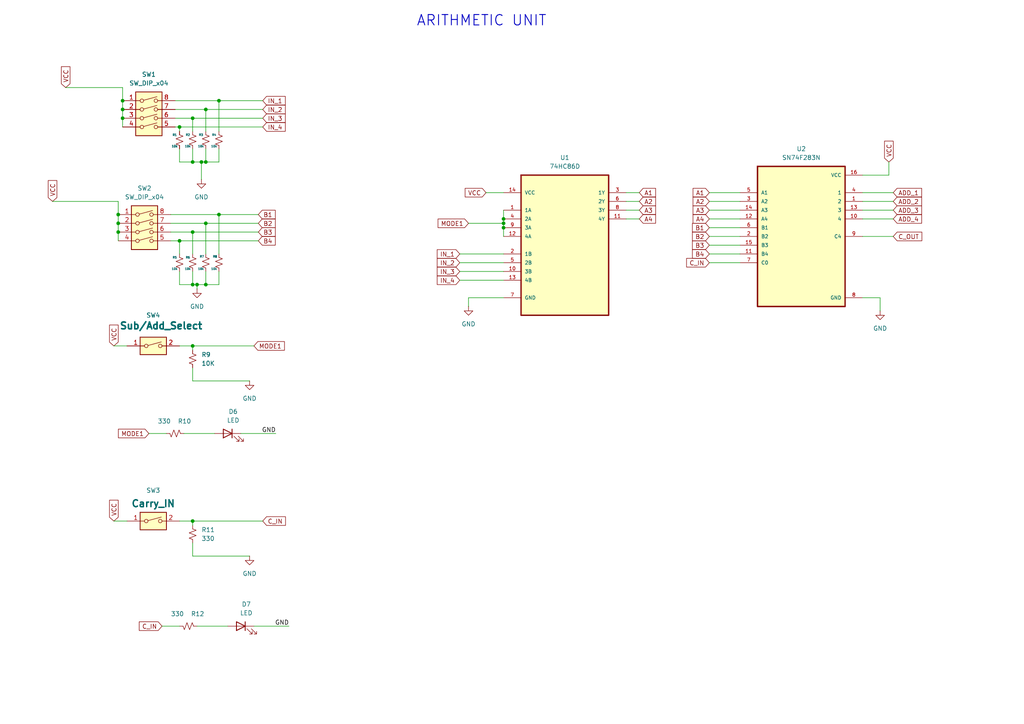
<source format=kicad_sch>
(kicad_sch
	(version 20250114)
	(generator "eeschema")
	(generator_version "9.0")
	(uuid "426a8729-ce32-4eb0-a82d-7f7017af29f4")
	(paper "A4")
	(lib_symbols
		(symbol "74HC86D:74HC86D"
			(pin_names
				(offset 1.016)
			)
			(exclude_from_sim no)
			(in_bom yes)
			(on_board yes)
			(property "Reference" "U"
				(at -5.5699 20.6008 0)
				(effects
					(font
						(size 1.27 1.27)
					)
					(justify left bottom)
				)
			)
			(property "Value" "74HC86D"
				(at -4.4727 -27.9545 0)
				(effects
					(font
						(size 1.27 1.27)
					)
					(justify left bottom)
				)
			)
			(property "Footprint" "74HC86D:SOIC127P600X175-14N"
				(at 0 0 0)
				(effects
					(font
						(size 1.27 1.27)
					)
					(justify bottom)
					(hide yes)
				)
			)
			(property "Datasheet" ""
				(at 0 0 0)
				(effects
					(font
						(size 1.27 1.27)
					)
					(hide yes)
				)
			)
			(property "Description" ""
				(at 0 0 0)
				(effects
					(font
						(size 1.27 1.27)
					)
					(hide yes)
				)
			)
			(property "MF" "Toshiba Semiconductor"
				(at 0 0 0)
				(effects
					(font
						(size 1.27 1.27)
					)
					(justify bottom)
					(hide yes)
				)
			)
			(property "Description_1" "XOR (Exclusive OR) IC 4 Channel - 14-SOP"
				(at 0 0 0)
				(effects
					(font
						(size 1.27 1.27)
					)
					(justify bottom)
					(hide yes)
				)
			)
			(property "PACKAGE" "SOIC-14"
				(at 0 0 0)
				(effects
					(font
						(size 1.27 1.27)
					)
					(justify bottom)
					(hide yes)
				)
			)
			(property "MPN" "74HC86D"
				(at 0 0 0)
				(effects
					(font
						(size 1.27 1.27)
					)
					(justify bottom)
					(hide yes)
				)
			)
			(property "Price" "None"
				(at 0 0 0)
				(effects
					(font
						(size 1.27 1.27)
					)
					(justify bottom)
					(hide yes)
				)
			)
			(property "Package" "SOIC-14 NXP Semiconductors"
				(at 0 0 0)
				(effects
					(font
						(size 1.27 1.27)
					)
					(justify bottom)
					(hide yes)
				)
			)
			(property "OC_FARNELL" "1085331"
				(at 0 0 0)
				(effects
					(font
						(size 1.27 1.27)
					)
					(justify bottom)
					(hide yes)
				)
			)
			(property "SnapEDA_Link" "https://www.snapeda.com/parts/74HC86D/Toshiba/view-part/?ref=snap"
				(at 0 0 0)
				(effects
					(font
						(size 1.27 1.27)
					)
					(justify bottom)
					(hide yes)
				)
			)
			(property "MP" "74HC86D"
				(at 0 0 0)
				(effects
					(font
						(size 1.27 1.27)
					)
					(justify bottom)
					(hide yes)
				)
			)
			(property "SUPPLIER" "NXP"
				(at 0 0 0)
				(effects
					(font
						(size 1.27 1.27)
					)
					(justify bottom)
					(hide yes)
				)
			)
			(property "OC_NEWARK" "99K0602"
				(at 0 0 0)
				(effects
					(font
						(size 1.27 1.27)
					)
					(justify bottom)
					(hide yes)
				)
			)
			(property "Availability" "In Stock"
				(at 0 0 0)
				(effects
					(font
						(size 1.27 1.27)
					)
					(justify bottom)
					(hide yes)
				)
			)
			(property "Check_prices" "https://www.snapeda.com/parts/74HC86D/Toshiba/view-part/?ref=eda"
				(at 0 0 0)
				(effects
					(font
						(size 1.27 1.27)
					)
					(justify bottom)
					(hide yes)
				)
			)
			(symbol "74HC86D_0_0"
				(rectangle
					(start -12.7 -22.86)
					(end 12.7 17.78)
					(stroke
						(width 0.4064)
						(type default)
					)
					(fill
						(type background)
					)
				)
				(pin power_in line
					(at -17.78 12.7 0)
					(length 5.08)
					(name "VCC"
						(effects
							(font
								(size 1.016 1.016)
							)
						)
					)
					(number "14"
						(effects
							(font
								(size 1.016 1.016)
							)
						)
					)
				)
				(pin input line
					(at -17.78 7.62 0)
					(length 5.08)
					(name "1A"
						(effects
							(font
								(size 1.016 1.016)
							)
						)
					)
					(number "1"
						(effects
							(font
								(size 1.016 1.016)
							)
						)
					)
				)
				(pin input line
					(at -17.78 5.08 0)
					(length 5.08)
					(name "2A"
						(effects
							(font
								(size 1.016 1.016)
							)
						)
					)
					(number "4"
						(effects
							(font
								(size 1.016 1.016)
							)
						)
					)
				)
				(pin input line
					(at -17.78 2.54 0)
					(length 5.08)
					(name "3A"
						(effects
							(font
								(size 1.016 1.016)
							)
						)
					)
					(number "9"
						(effects
							(font
								(size 1.016 1.016)
							)
						)
					)
				)
				(pin input line
					(at -17.78 0 0)
					(length 5.08)
					(name "4A"
						(effects
							(font
								(size 1.016 1.016)
							)
						)
					)
					(number "12"
						(effects
							(font
								(size 1.016 1.016)
							)
						)
					)
				)
				(pin input line
					(at -17.78 -5.08 0)
					(length 5.08)
					(name "1B"
						(effects
							(font
								(size 1.016 1.016)
							)
						)
					)
					(number "2"
						(effects
							(font
								(size 1.016 1.016)
							)
						)
					)
				)
				(pin input line
					(at -17.78 -7.62 0)
					(length 5.08)
					(name "2B"
						(effects
							(font
								(size 1.016 1.016)
							)
						)
					)
					(number "5"
						(effects
							(font
								(size 1.016 1.016)
							)
						)
					)
				)
				(pin input line
					(at -17.78 -10.16 0)
					(length 5.08)
					(name "3B"
						(effects
							(font
								(size 1.016 1.016)
							)
						)
					)
					(number "10"
						(effects
							(font
								(size 1.016 1.016)
							)
						)
					)
				)
				(pin input line
					(at -17.78 -12.7 0)
					(length 5.08)
					(name "4B"
						(effects
							(font
								(size 1.016 1.016)
							)
						)
					)
					(number "13"
						(effects
							(font
								(size 1.016 1.016)
							)
						)
					)
				)
				(pin passive line
					(at -17.78 -17.78 0)
					(length 5.08)
					(name "GND"
						(effects
							(font
								(size 1.016 1.016)
							)
						)
					)
					(number "7"
						(effects
							(font
								(size 1.016 1.016)
							)
						)
					)
				)
				(pin output line
					(at 17.78 12.7 180)
					(length 5.08)
					(name "1Y"
						(effects
							(font
								(size 1.016 1.016)
							)
						)
					)
					(number "3"
						(effects
							(font
								(size 1.016 1.016)
							)
						)
					)
				)
				(pin output line
					(at 17.78 10.16 180)
					(length 5.08)
					(name "2Y"
						(effects
							(font
								(size 1.016 1.016)
							)
						)
					)
					(number "6"
						(effects
							(font
								(size 1.016 1.016)
							)
						)
					)
				)
				(pin output line
					(at 17.78 7.62 180)
					(length 5.08)
					(name "3Y"
						(effects
							(font
								(size 1.016 1.016)
							)
						)
					)
					(number "8"
						(effects
							(font
								(size 1.016 1.016)
							)
						)
					)
				)
				(pin output line
					(at 17.78 5.08 180)
					(length 5.08)
					(name "4Y"
						(effects
							(font
								(size 1.016 1.016)
							)
						)
					)
					(number "11"
						(effects
							(font
								(size 1.016 1.016)
							)
						)
					)
				)
			)
			(embedded_fonts no)
		)
		(symbol "Device:LED"
			(pin_numbers
				(hide yes)
			)
			(pin_names
				(offset 1.016)
				(hide yes)
			)
			(exclude_from_sim no)
			(in_bom yes)
			(on_board yes)
			(property "Reference" "D"
				(at 0 2.54 0)
				(effects
					(font
						(size 1.27 1.27)
					)
				)
			)
			(property "Value" "LED"
				(at 0 -2.54 0)
				(effects
					(font
						(size 1.27 1.27)
					)
				)
			)
			(property "Footprint" ""
				(at 0 0 0)
				(effects
					(font
						(size 1.27 1.27)
					)
					(hide yes)
				)
			)
			(property "Datasheet" "~"
				(at 0 0 0)
				(effects
					(font
						(size 1.27 1.27)
					)
					(hide yes)
				)
			)
			(property "Description" "Light emitting diode"
				(at 0 0 0)
				(effects
					(font
						(size 1.27 1.27)
					)
					(hide yes)
				)
			)
			(property "Sim.Pins" "1=K 2=A"
				(at 0 0 0)
				(effects
					(font
						(size 1.27 1.27)
					)
					(hide yes)
				)
			)
			(property "ki_keywords" "LED diode"
				(at 0 0 0)
				(effects
					(font
						(size 1.27 1.27)
					)
					(hide yes)
				)
			)
			(property "ki_fp_filters" "LED* LED_SMD:* LED_THT:*"
				(at 0 0 0)
				(effects
					(font
						(size 1.27 1.27)
					)
					(hide yes)
				)
			)
			(symbol "LED_0_1"
				(polyline
					(pts
						(xy -3.048 -0.762) (xy -4.572 -2.286) (xy -3.81 -2.286) (xy -4.572 -2.286) (xy -4.572 -1.524)
					)
					(stroke
						(width 0)
						(type default)
					)
					(fill
						(type none)
					)
				)
				(polyline
					(pts
						(xy -1.778 -0.762) (xy -3.302 -2.286) (xy -2.54 -2.286) (xy -3.302 -2.286) (xy -3.302 -1.524)
					)
					(stroke
						(width 0)
						(type default)
					)
					(fill
						(type none)
					)
				)
				(polyline
					(pts
						(xy -1.27 0) (xy 1.27 0)
					)
					(stroke
						(width 0)
						(type default)
					)
					(fill
						(type none)
					)
				)
				(polyline
					(pts
						(xy -1.27 -1.27) (xy -1.27 1.27)
					)
					(stroke
						(width 0.254)
						(type default)
					)
					(fill
						(type none)
					)
				)
				(polyline
					(pts
						(xy 1.27 -1.27) (xy 1.27 1.27) (xy -1.27 0) (xy 1.27 -1.27)
					)
					(stroke
						(width 0.254)
						(type default)
					)
					(fill
						(type none)
					)
				)
			)
			(symbol "LED_1_1"
				(pin passive line
					(at -3.81 0 0)
					(length 2.54)
					(name "K"
						(effects
							(font
								(size 1.27 1.27)
							)
						)
					)
					(number "1"
						(effects
							(font
								(size 1.27 1.27)
							)
						)
					)
				)
				(pin passive line
					(at 3.81 0 180)
					(length 2.54)
					(name "A"
						(effects
							(font
								(size 1.27 1.27)
							)
						)
					)
					(number "2"
						(effects
							(font
								(size 1.27 1.27)
							)
						)
					)
				)
			)
			(embedded_fonts no)
		)
		(symbol "Device:R_Small_US"
			(pin_numbers
				(hide yes)
			)
			(pin_names
				(offset 0.254)
				(hide yes)
			)
			(exclude_from_sim no)
			(in_bom yes)
			(on_board yes)
			(property "Reference" "R"
				(at 0.762 0.508 0)
				(effects
					(font
						(size 1.27 1.27)
					)
					(justify left)
				)
			)
			(property "Value" "R_Small_US"
				(at 0.762 -1.016 0)
				(effects
					(font
						(size 1.27 1.27)
					)
					(justify left)
				)
			)
			(property "Footprint" ""
				(at 0 0 0)
				(effects
					(font
						(size 1.27 1.27)
					)
					(hide yes)
				)
			)
			(property "Datasheet" "~"
				(at 0 0 0)
				(effects
					(font
						(size 1.27 1.27)
					)
					(hide yes)
				)
			)
			(property "Description" "Resistor, small US symbol"
				(at 0 0 0)
				(effects
					(font
						(size 1.27 1.27)
					)
					(hide yes)
				)
			)
			(property "ki_keywords" "r resistor"
				(at 0 0 0)
				(effects
					(font
						(size 1.27 1.27)
					)
					(hide yes)
				)
			)
			(property "ki_fp_filters" "R_*"
				(at 0 0 0)
				(effects
					(font
						(size 1.27 1.27)
					)
					(hide yes)
				)
			)
			(symbol "R_Small_US_1_1"
				(polyline
					(pts
						(xy 0 1.524) (xy 1.016 1.143) (xy 0 0.762) (xy -1.016 0.381) (xy 0 0)
					)
					(stroke
						(width 0)
						(type default)
					)
					(fill
						(type none)
					)
				)
				(polyline
					(pts
						(xy 0 0) (xy 1.016 -0.381) (xy 0 -0.762) (xy -1.016 -1.143) (xy 0 -1.524)
					)
					(stroke
						(width 0)
						(type default)
					)
					(fill
						(type none)
					)
				)
				(pin passive line
					(at 0 2.54 270)
					(length 1.016)
					(name "~"
						(effects
							(font
								(size 1.27 1.27)
							)
						)
					)
					(number "1"
						(effects
							(font
								(size 1.27 1.27)
							)
						)
					)
				)
				(pin passive line
					(at 0 -2.54 90)
					(length 1.016)
					(name "~"
						(effects
							(font
								(size 1.27 1.27)
							)
						)
					)
					(number "2"
						(effects
							(font
								(size 1.27 1.27)
							)
						)
					)
				)
			)
			(embedded_fonts no)
		)
		(symbol "SN74F283N:SN74F283N"
			(pin_names
				(offset 1.016)
			)
			(exclude_from_sim no)
			(in_bom yes)
			(on_board yes)
			(property "Reference" "U"
				(at -12.7 21.32 0)
				(effects
					(font
						(size 1.27 1.27)
					)
					(justify left bottom)
				)
			)
			(property "Value" "SN74F283N"
				(at -12.7 -24.32 0)
				(effects
					(font
						(size 1.27 1.27)
					)
					(justify left bottom)
				)
			)
			(property "Footprint" "SN74F283N:DIP794W45P254L1969H508Q16"
				(at 33.528 22.098 0)
				(effects
					(font
						(size 1.27 1.27)
					)
					(justify bottom)
					(hide yes)
				)
			)
			(property "Datasheet" ""
				(at 0 0 0)
				(effects
					(font
						(size 1.27 1.27)
					)
					(hide yes)
				)
			)
			(property "Description" ""
				(at 0 0 0)
				(effects
					(font
						(size 1.27 1.27)
					)
					(hide yes)
				)
			)
			(property "MF" "Texas Instruments"
				(at 36.322 23.622 0)
				(effects
					(font
						(size 1.27 1.27)
					)
					(justify bottom)
					(hide yes)
				)
			)
			(property "Description_1" "4-Bit Binary Full Adders With Fast Carry"
				(at 23.876 24.384 0)
				(effects
					(font
						(size 1.27 1.27)
					)
					(justify bottom)
					(hide yes)
				)
			)
			(property "Package" "PDIP-16 Texas Instruments"
				(at 24.638 24.384 0)
				(effects
					(font
						(size 1.27 1.27)
					)
					(justify bottom)
					(hide yes)
				)
			)
			(property "Price" "None"
				(at 32.512 23.622 0)
				(effects
					(font
						(size 1.27 1.27)
					)
					(justify bottom)
					(hide yes)
				)
			)
			(property "SnapEDA_Link" "https://www.snapeda.com/parts/SN74F283N/Texas+Instruments/view-part/?ref=snap"
				(at 26.416 23.368 0)
				(effects
					(font
						(size 1.27 1.27)
					)
					(justify bottom)
					(hide yes)
				)
			)
			(property "MP" "SN74F283N"
				(at 37.846 10.414 0)
				(effects
					(font
						(size 1.27 1.27)
					)
					(justify bottom)
					(hide yes)
				)
			)
			(property "Availability" "In Stock"
				(at 32.766 23.622 0)
				(effects
					(font
						(size 1.27 1.27)
					)
					(justify bottom)
					(hide yes)
				)
			)
			(property "Check_prices" "https://www.snapeda.com/parts/SN74F283N/Texas+Instruments/view-part/?ref=eda"
				(at 27.94 23.876 0)
				(effects
					(font
						(size 1.27 1.27)
					)
					(justify bottom)
					(hide yes)
				)
			)
			(symbol "SN74F283N_0_0"
				(rectangle
					(start -12.7 -20.32)
					(end 12.7 20.32)
					(stroke
						(width 0.41)
						(type default)
					)
					(fill
						(type background)
					)
				)
				(pin input line
					(at -17.78 12.7 0)
					(length 5.08)
					(name "A1"
						(effects
							(font
								(size 1.016 1.016)
							)
						)
					)
					(number "5"
						(effects
							(font
								(size 1.016 1.016)
							)
						)
					)
				)
				(pin input line
					(at -17.78 10.16 0)
					(length 5.08)
					(name "A2"
						(effects
							(font
								(size 1.016 1.016)
							)
						)
					)
					(number "3"
						(effects
							(font
								(size 1.016 1.016)
							)
						)
					)
				)
				(pin input line
					(at -17.78 7.62 0)
					(length 5.08)
					(name "A3"
						(effects
							(font
								(size 1.016 1.016)
							)
						)
					)
					(number "14"
						(effects
							(font
								(size 1.016 1.016)
							)
						)
					)
				)
				(pin input line
					(at -17.78 5.08 0)
					(length 5.08)
					(name "A4"
						(effects
							(font
								(size 1.016 1.016)
							)
						)
					)
					(number "12"
						(effects
							(font
								(size 1.016 1.016)
							)
						)
					)
				)
				(pin input line
					(at -17.78 2.54 0)
					(length 5.08)
					(name "B1"
						(effects
							(font
								(size 1.016 1.016)
							)
						)
					)
					(number "6"
						(effects
							(font
								(size 1.016 1.016)
							)
						)
					)
				)
				(pin input line
					(at -17.78 0 0)
					(length 5.08)
					(name "B2"
						(effects
							(font
								(size 1.016 1.016)
							)
						)
					)
					(number "2"
						(effects
							(font
								(size 1.016 1.016)
							)
						)
					)
				)
				(pin input line
					(at -17.78 -2.54 0)
					(length 5.08)
					(name "B3"
						(effects
							(font
								(size 1.016 1.016)
							)
						)
					)
					(number "15"
						(effects
							(font
								(size 1.016 1.016)
							)
						)
					)
				)
				(pin input line
					(at -17.78 -5.08 0)
					(length 5.08)
					(name "B4"
						(effects
							(font
								(size 1.016 1.016)
							)
						)
					)
					(number "11"
						(effects
							(font
								(size 1.016 1.016)
							)
						)
					)
				)
				(pin power_in line
					(at 17.78 17.78 180)
					(length 5.08)
					(name "VCC"
						(effects
							(font
								(size 1.016 1.016)
							)
						)
					)
					(number "16"
						(effects
							(font
								(size 1.016 1.016)
							)
						)
					)
				)
				(pin output line
					(at 17.78 12.7 180)
					(length 5.08)
					(name "1"
						(effects
							(font
								(size 1.016 1.016)
							)
						)
					)
					(number "4"
						(effects
							(font
								(size 1.016 1.016)
							)
						)
					)
				)
				(pin output line
					(at 17.78 10.16 180)
					(length 5.08)
					(name "2"
						(effects
							(font
								(size 1.016 1.016)
							)
						)
					)
					(number "1"
						(effects
							(font
								(size 1.016 1.016)
							)
						)
					)
				)
				(pin output line
					(at 17.78 7.62 180)
					(length 5.08)
					(name "3"
						(effects
							(font
								(size 1.016 1.016)
							)
						)
					)
					(number "13"
						(effects
							(font
								(size 1.016 1.016)
							)
						)
					)
				)
				(pin output line
					(at 17.78 5.08 180)
					(length 5.08)
					(name "4"
						(effects
							(font
								(size 1.016 1.016)
							)
						)
					)
					(number "10"
						(effects
							(font
								(size 1.016 1.016)
							)
						)
					)
				)
				(pin power_in line
					(at 17.78 -17.78 180)
					(length 5.08)
					(name "GND"
						(effects
							(font
								(size 1.016 1.016)
							)
						)
					)
					(number "8"
						(effects
							(font
								(size 1.016 1.016)
							)
						)
					)
				)
			)
			(symbol "SN74F283N_1_0"
				(pin input line
					(at -17.78 -7.62 0)
					(length 5.08)
					(name "C0"
						(effects
							(font
								(size 1.016 1.016)
							)
						)
					)
					(number "7"
						(effects
							(font
								(size 1.016 1.016)
							)
						)
					)
				)
				(pin output line
					(at 17.78 0 180)
					(length 5.08)
					(name "C4"
						(effects
							(font
								(size 1.016 1.016)
							)
						)
					)
					(number "9"
						(effects
							(font
								(size 1.016 1.016)
							)
						)
					)
				)
			)
			(embedded_fonts no)
		)
		(symbol "Switch:SW_DIP_x01"
			(pin_names
				(offset 0)
				(hide yes)
			)
			(exclude_from_sim no)
			(in_bom yes)
			(on_board yes)
			(property "Reference" "SW"
				(at 0 3.81 0)
				(effects
					(font
						(size 1.27 1.27)
					)
				)
			)
			(property "Value" "SW_DIP_x01"
				(at 0 -3.81 0)
				(effects
					(font
						(size 1.27 1.27)
					)
				)
			)
			(property "Footprint" ""
				(at 0 0 0)
				(effects
					(font
						(size 1.27 1.27)
					)
					(hide yes)
				)
			)
			(property "Datasheet" "~"
				(at 0 0 0)
				(effects
					(font
						(size 1.27 1.27)
					)
					(hide yes)
				)
			)
			(property "Description" "1x DIP Switch, Single Pole Single Throw (SPST) switch, small symbol"
				(at 0 0 0)
				(effects
					(font
						(size 1.27 1.27)
					)
					(hide yes)
				)
			)
			(property "ki_keywords" "dip switch"
				(at 0 0 0)
				(effects
					(font
						(size 1.27 1.27)
					)
					(hide yes)
				)
			)
			(property "ki_fp_filters" "SW?DIP?x1*"
				(at 0 0 0)
				(effects
					(font
						(size 1.27 1.27)
					)
					(hide yes)
				)
			)
			(symbol "SW_DIP_x01_0_0"
				(circle
					(center -2.032 0)
					(radius 0.508)
					(stroke
						(width 0)
						(type default)
					)
					(fill
						(type none)
					)
				)
				(polyline
					(pts
						(xy -1.524 0.127) (xy 2.3622 1.1684)
					)
					(stroke
						(width 0)
						(type default)
					)
					(fill
						(type none)
					)
				)
				(circle
					(center 2.032 0)
					(radius 0.508)
					(stroke
						(width 0)
						(type default)
					)
					(fill
						(type none)
					)
				)
			)
			(symbol "SW_DIP_x01_0_1"
				(rectangle
					(start -3.81 2.54)
					(end 3.81 -2.54)
					(stroke
						(width 0.254)
						(type default)
					)
					(fill
						(type background)
					)
				)
			)
			(symbol "SW_DIP_x01_1_1"
				(pin passive line
					(at -7.62 0 0)
					(length 5.08)
					(name "~"
						(effects
							(font
								(size 1.27 1.27)
							)
						)
					)
					(number "1"
						(effects
							(font
								(size 1.27 1.27)
							)
						)
					)
				)
				(pin passive line
					(at 7.62 0 180)
					(length 5.08)
					(name "~"
						(effects
							(font
								(size 1.27 1.27)
							)
						)
					)
					(number "2"
						(effects
							(font
								(size 1.27 1.27)
							)
						)
					)
				)
			)
			(embedded_fonts no)
		)
		(symbol "Switch:SW_DIP_x04"
			(pin_names
				(offset 0)
				(hide yes)
			)
			(exclude_from_sim no)
			(in_bom yes)
			(on_board yes)
			(property "Reference" "SW"
				(at 0 8.89 0)
				(effects
					(font
						(size 1.27 1.27)
					)
				)
			)
			(property "Value" "SW_DIP_x04"
				(at 0 -6.35 0)
				(effects
					(font
						(size 1.27 1.27)
					)
				)
			)
			(property "Footprint" ""
				(at 0 0 0)
				(effects
					(font
						(size 1.27 1.27)
					)
					(hide yes)
				)
			)
			(property "Datasheet" "~"
				(at 0 0 0)
				(effects
					(font
						(size 1.27 1.27)
					)
					(hide yes)
				)
			)
			(property "Description" "4x DIP Switch, Single Pole Single Throw (SPST) switch, small symbol"
				(at 0 0 0)
				(effects
					(font
						(size 1.27 1.27)
					)
					(hide yes)
				)
			)
			(property "ki_keywords" "dip switch"
				(at 0 0 0)
				(effects
					(font
						(size 1.27 1.27)
					)
					(hide yes)
				)
			)
			(property "ki_fp_filters" "SW?DIP?x4*"
				(at 0 0 0)
				(effects
					(font
						(size 1.27 1.27)
					)
					(hide yes)
				)
			)
			(symbol "SW_DIP_x04_0_0"
				(circle
					(center -2.032 5.08)
					(radius 0.508)
					(stroke
						(width 0)
						(type default)
					)
					(fill
						(type none)
					)
				)
				(circle
					(center -2.032 2.54)
					(radius 0.508)
					(stroke
						(width 0)
						(type default)
					)
					(fill
						(type none)
					)
				)
				(circle
					(center -2.032 0)
					(radius 0.508)
					(stroke
						(width 0)
						(type default)
					)
					(fill
						(type none)
					)
				)
				(circle
					(center -2.032 -2.54)
					(radius 0.508)
					(stroke
						(width 0)
						(type default)
					)
					(fill
						(type none)
					)
				)
				(polyline
					(pts
						(xy -1.524 5.207) (xy 2.3622 6.2484)
					)
					(stroke
						(width 0)
						(type default)
					)
					(fill
						(type none)
					)
				)
				(polyline
					(pts
						(xy -1.524 2.667) (xy 2.3622 3.7084)
					)
					(stroke
						(width 0)
						(type default)
					)
					(fill
						(type none)
					)
				)
				(polyline
					(pts
						(xy -1.524 0.127) (xy 2.3622 1.1684)
					)
					(stroke
						(width 0)
						(type default)
					)
					(fill
						(type none)
					)
				)
				(polyline
					(pts
						(xy -1.524 -2.3876) (xy 2.3622 -1.3462)
					)
					(stroke
						(width 0)
						(type default)
					)
					(fill
						(type none)
					)
				)
				(circle
					(center 2.032 5.08)
					(radius 0.508)
					(stroke
						(width 0)
						(type default)
					)
					(fill
						(type none)
					)
				)
				(circle
					(center 2.032 2.54)
					(radius 0.508)
					(stroke
						(width 0)
						(type default)
					)
					(fill
						(type none)
					)
				)
				(circle
					(center 2.032 0)
					(radius 0.508)
					(stroke
						(width 0)
						(type default)
					)
					(fill
						(type none)
					)
				)
				(circle
					(center 2.032 -2.54)
					(radius 0.508)
					(stroke
						(width 0)
						(type default)
					)
					(fill
						(type none)
					)
				)
			)
			(symbol "SW_DIP_x04_0_1"
				(rectangle
					(start -3.81 7.62)
					(end 3.81 -5.08)
					(stroke
						(width 0.254)
						(type default)
					)
					(fill
						(type background)
					)
				)
			)
			(symbol "SW_DIP_x04_1_1"
				(pin passive line
					(at -7.62 5.08 0)
					(length 5.08)
					(name "~"
						(effects
							(font
								(size 1.27 1.27)
							)
						)
					)
					(number "1"
						(effects
							(font
								(size 1.27 1.27)
							)
						)
					)
				)
				(pin passive line
					(at -7.62 2.54 0)
					(length 5.08)
					(name "~"
						(effects
							(font
								(size 1.27 1.27)
							)
						)
					)
					(number "2"
						(effects
							(font
								(size 1.27 1.27)
							)
						)
					)
				)
				(pin passive line
					(at -7.62 0 0)
					(length 5.08)
					(name "~"
						(effects
							(font
								(size 1.27 1.27)
							)
						)
					)
					(number "3"
						(effects
							(font
								(size 1.27 1.27)
							)
						)
					)
				)
				(pin passive line
					(at -7.62 -2.54 0)
					(length 5.08)
					(name "~"
						(effects
							(font
								(size 1.27 1.27)
							)
						)
					)
					(number "4"
						(effects
							(font
								(size 1.27 1.27)
							)
						)
					)
				)
				(pin passive line
					(at 7.62 5.08 180)
					(length 5.08)
					(name "~"
						(effects
							(font
								(size 1.27 1.27)
							)
						)
					)
					(number "8"
						(effects
							(font
								(size 1.27 1.27)
							)
						)
					)
				)
				(pin passive line
					(at 7.62 2.54 180)
					(length 5.08)
					(name "~"
						(effects
							(font
								(size 1.27 1.27)
							)
						)
					)
					(number "7"
						(effects
							(font
								(size 1.27 1.27)
							)
						)
					)
				)
				(pin passive line
					(at 7.62 0 180)
					(length 5.08)
					(name "~"
						(effects
							(font
								(size 1.27 1.27)
							)
						)
					)
					(number "6"
						(effects
							(font
								(size 1.27 1.27)
							)
						)
					)
				)
				(pin passive line
					(at 7.62 -2.54 180)
					(length 5.08)
					(name "~"
						(effects
							(font
								(size 1.27 1.27)
							)
						)
					)
					(number "5"
						(effects
							(font
								(size 1.27 1.27)
							)
						)
					)
				)
			)
			(embedded_fonts no)
		)
		(symbol "power:GND"
			(power)
			(pin_numbers
				(hide yes)
			)
			(pin_names
				(offset 0)
				(hide yes)
			)
			(exclude_from_sim no)
			(in_bom yes)
			(on_board yes)
			(property "Reference" "#PWR"
				(at 0 -6.35 0)
				(effects
					(font
						(size 1.27 1.27)
					)
					(hide yes)
				)
			)
			(property "Value" "GND"
				(at 0 -3.81 0)
				(effects
					(font
						(size 1.27 1.27)
					)
				)
			)
			(property "Footprint" ""
				(at 0 0 0)
				(effects
					(font
						(size 1.27 1.27)
					)
					(hide yes)
				)
			)
			(property "Datasheet" ""
				(at 0 0 0)
				(effects
					(font
						(size 1.27 1.27)
					)
					(hide yes)
				)
			)
			(property "Description" "Power symbol creates a global label with name \"GND\" , ground"
				(at 0 0 0)
				(effects
					(font
						(size 1.27 1.27)
					)
					(hide yes)
				)
			)
			(property "ki_keywords" "global power"
				(at 0 0 0)
				(effects
					(font
						(size 1.27 1.27)
					)
					(hide yes)
				)
			)
			(symbol "GND_0_1"
				(polyline
					(pts
						(xy 0 0) (xy 0 -1.27) (xy 1.27 -1.27) (xy 0 -2.54) (xy -1.27 -1.27) (xy 0 -1.27)
					)
					(stroke
						(width 0)
						(type default)
					)
					(fill
						(type none)
					)
				)
			)
			(symbol "GND_1_1"
				(pin power_in line
					(at 0 0 270)
					(length 0)
					(name "~"
						(effects
							(font
								(size 1.27 1.27)
							)
						)
					)
					(number "1"
						(effects
							(font
								(size 1.27 1.27)
							)
						)
					)
				)
			)
			(embedded_fonts no)
		)
	)
	(text "ARITHMETIC UNIT"
		(exclude_from_sim no)
		(at 139.7 6.096 0)
		(effects
			(font
				(size 3 3)
				(thickness 0.254)
				(bold yes)
			)
		)
		(uuid "cb31d838-7e2a-4626-a2e1-82682df70551")
	)
	(junction
		(at 57.15 82.55)
		(diameter 0)
		(color 0 0 0 0)
		(uuid "1bcc7911-4122-4648-b199-1a2bd418daf3")
	)
	(junction
		(at 59.69 82.55)
		(diameter 0)
		(color 0 0 0 0)
		(uuid "32cd8b3a-cc67-41ee-862b-4e212bdd820a")
	)
	(junction
		(at 35.56 31.75)
		(diameter 0)
		(color 0 0 0 0)
		(uuid "3791e7f1-e7a8-4e60-89f9-c5211c2501cf")
	)
	(junction
		(at 34.29 67.31)
		(diameter 0)
		(color 0 0 0 0)
		(uuid "379b708c-75ad-45be-b663-81f9a1969ba5")
	)
	(junction
		(at 55.88 100.33)
		(diameter 0)
		(color 0 0 0 0)
		(uuid "4c532e6e-9036-452f-abfa-c736b1b3eb8f")
	)
	(junction
		(at 52.07 36.83)
		(diameter 0)
		(color 0 0 0 0)
		(uuid "4e916b6c-fb88-42ec-88b6-d343c39bd39f")
	)
	(junction
		(at 55.88 151.13)
		(diameter 0)
		(color 0 0 0 0)
		(uuid "4ea2da44-cf18-4dcc-8b55-d6a8c3807ae8")
	)
	(junction
		(at 59.69 46.99)
		(diameter 0)
		(color 0 0 0 0)
		(uuid "53ee93c4-e8d9-49ab-9712-1f8c80802ee5")
	)
	(junction
		(at 63.5 29.21)
		(diameter 0)
		(color 0 0 0 0)
		(uuid "59657e1b-f565-4d4f-8d17-3727141b9adb")
	)
	(junction
		(at 63.5 62.23)
		(diameter 0)
		(color 0 0 0 0)
		(uuid "59cace26-1dcc-4587-952c-49967d9af9a5")
	)
	(junction
		(at 59.69 31.75)
		(diameter 0)
		(color 0 0 0 0)
		(uuid "5d42f8bd-9007-48c7-9513-be3a190626ae")
	)
	(junction
		(at 55.88 82.55)
		(diameter 0)
		(color 0 0 0 0)
		(uuid "642e714f-6d1a-4c4f-a20c-c251182713a2")
	)
	(junction
		(at 55.88 34.29)
		(diameter 0)
		(color 0 0 0 0)
		(uuid "80200bac-abf1-41dd-90a1-1f6ef04bfbfb")
	)
	(junction
		(at 52.07 69.85)
		(diameter 0)
		(color 0 0 0 0)
		(uuid "a4fb8cba-b700-49bc-a1af-02d726d91e93")
	)
	(junction
		(at 55.88 46.99)
		(diameter 0)
		(color 0 0 0 0)
		(uuid "ca1bdb0e-ccaf-45f0-85ff-a8a2580f9771")
	)
	(junction
		(at 59.69 64.77)
		(diameter 0)
		(color 0 0 0 0)
		(uuid "cf110019-df8a-4f04-843d-872dd4bed3ad")
	)
	(junction
		(at 146.05 63.5)
		(diameter 0)
		(color 0 0 0 0)
		(uuid "d14a6596-4b80-4afe-add6-72f271c6e5cb")
	)
	(junction
		(at 35.56 29.21)
		(diameter 0)
		(color 0 0 0 0)
		(uuid "d4b5498b-c855-473e-888e-ee700c5325dc")
	)
	(junction
		(at 34.29 64.77)
		(diameter 0)
		(color 0 0 0 0)
		(uuid "d8aa7b27-fd38-4f8a-9ac9-f2d68abf179d")
	)
	(junction
		(at 34.29 62.23)
		(diameter 0)
		(color 0 0 0 0)
		(uuid "e31c2dc7-4ec8-4e27-9a10-6d7555e4eb5e")
	)
	(junction
		(at 146.05 66.04)
		(diameter 0)
		(color 0 0 0 0)
		(uuid "e733f3a7-7bfb-4eff-978c-3b8a37e27cd9")
	)
	(junction
		(at 58.42 46.99)
		(diameter 0)
		(color 0 0 0 0)
		(uuid "efc69a2b-8c02-4fe9-810f-c4d768dd378e")
	)
	(junction
		(at 146.05 64.77)
		(diameter 0)
		(color 0 0 0 0)
		(uuid "f27b3e1c-0f34-48ea-af0b-6e8b1c45e3f7")
	)
	(junction
		(at 55.88 67.31)
		(diameter 0)
		(color 0 0 0 0)
		(uuid "f3a1a38b-0dc0-4ddc-b896-cf7c059f89f3")
	)
	(junction
		(at 35.56 34.29)
		(diameter 0)
		(color 0 0 0 0)
		(uuid "fb281161-a898-44a3-b8be-99cc096be760")
	)
	(wire
		(pts
			(xy 52.07 151.13) (xy 55.88 151.13)
		)
		(stroke
			(width 0)
			(type default)
		)
		(uuid "00a542f2-a238-485e-8412-0cc68869877d")
	)
	(wire
		(pts
			(xy 49.53 69.85) (xy 52.07 69.85)
		)
		(stroke
			(width 0)
			(type default)
		)
		(uuid "0119c858-f954-41ca-b1d4-b41813499a86")
	)
	(wire
		(pts
			(xy 63.5 29.21) (xy 76.2 29.21)
		)
		(stroke
			(width 0)
			(type default)
		)
		(uuid "013042c1-9c59-4512-8e70-d817ad710196")
	)
	(wire
		(pts
			(xy 59.69 64.77) (xy 74.93 64.77)
		)
		(stroke
			(width 0)
			(type default)
		)
		(uuid "01a4a878-5391-45ca-9cbc-cd8d78f2732a")
	)
	(wire
		(pts
			(xy 205.74 55.88) (xy 214.63 55.88)
		)
		(stroke
			(width 0)
			(type default)
		)
		(uuid "0337bb82-d16c-46be-8b94-887b19c09e25")
	)
	(wire
		(pts
			(xy 146.05 66.04) (xy 146.05 68.58)
		)
		(stroke
			(width 0)
			(type default)
		)
		(uuid "04c3cf4a-31d6-4445-aa92-018db6059160")
	)
	(wire
		(pts
			(xy 55.88 34.29) (xy 76.2 34.29)
		)
		(stroke
			(width 0)
			(type default)
		)
		(uuid "050bdbc8-40a2-4485-bbf4-ec0491f8b2f3")
	)
	(wire
		(pts
			(xy 63.5 62.23) (xy 63.5 73.66)
		)
		(stroke
			(width 0)
			(type default)
		)
		(uuid "0b63a76d-f6b7-49ba-b7ff-d8221dff9693")
	)
	(wire
		(pts
			(xy 63.5 29.21) (xy 63.5 38.1)
		)
		(stroke
			(width 0)
			(type default)
		)
		(uuid "140ae0b3-1875-4aa6-ade0-2a0f1595206e")
	)
	(wire
		(pts
			(xy 63.5 43.18) (xy 63.5 46.99)
		)
		(stroke
			(width 0)
			(type default)
		)
		(uuid "1428d611-db8e-4acd-a2ad-05e08367f14f")
	)
	(wire
		(pts
			(xy 52.07 69.85) (xy 74.93 69.85)
		)
		(stroke
			(width 0)
			(type default)
		)
		(uuid "193c4b36-6814-4147-ad36-019134ec59e9")
	)
	(wire
		(pts
			(xy 35.56 34.29) (xy 35.56 36.83)
		)
		(stroke
			(width 0)
			(type default)
		)
		(uuid "1991e6c5-37d0-44f6-9371-a8d8a6742cc4")
	)
	(wire
		(pts
			(xy 53.34 125.73) (xy 62.23 125.73)
		)
		(stroke
			(width 0)
			(type default)
		)
		(uuid "1d087250-c988-488e-bd32-c9ffece41065")
	)
	(wire
		(pts
			(xy 250.19 58.42) (xy 259.08 58.42)
		)
		(stroke
			(width 0)
			(type default)
		)
		(uuid "2683a69e-9428-4d18-95bb-e21844b9ecde")
	)
	(wire
		(pts
			(xy 35.56 29.21) (xy 35.56 31.75)
		)
		(stroke
			(width 0)
			(type default)
		)
		(uuid "2763ed10-d678-443f-82a2-2fe2301c8417")
	)
	(wire
		(pts
			(xy 205.74 68.58) (xy 214.63 68.58)
		)
		(stroke
			(width 0)
			(type default)
		)
		(uuid "284a6ed0-44cc-4bd8-b669-f4e8b1ba3e68")
	)
	(wire
		(pts
			(xy 135.89 64.77) (xy 146.05 64.77)
		)
		(stroke
			(width 0)
			(type default)
		)
		(uuid "292ae985-d06a-4809-ba9f-fb222e5ec77c")
	)
	(wire
		(pts
			(xy 205.74 60.96) (xy 214.63 60.96)
		)
		(stroke
			(width 0)
			(type default)
		)
		(uuid "2994e2d9-087f-4a8c-9915-17be412bbb57")
	)
	(wire
		(pts
			(xy 57.15 82.55) (xy 57.15 83.82)
		)
		(stroke
			(width 0)
			(type default)
		)
		(uuid "2cc5a657-7968-4828-a871-12b68daf9189")
	)
	(wire
		(pts
			(xy 205.74 63.5) (xy 214.63 63.5)
		)
		(stroke
			(width 0)
			(type default)
		)
		(uuid "2d6745ec-bb20-4727-b9bb-327a41ab89fd")
	)
	(wire
		(pts
			(xy 133.35 78.74) (xy 146.05 78.74)
		)
		(stroke
			(width 0)
			(type default)
		)
		(uuid "2db85023-ebd1-42e8-9f91-07d5bf41a3d2")
	)
	(wire
		(pts
			(xy 55.88 38.1) (xy 55.88 34.29)
		)
		(stroke
			(width 0)
			(type default)
		)
		(uuid "2dcaca41-a080-433e-95fc-9ef237a41f52")
	)
	(wire
		(pts
			(xy 52.07 36.83) (xy 76.2 36.83)
		)
		(stroke
			(width 0)
			(type default)
		)
		(uuid "2fdb3665-dbc7-408e-a936-07eca0125b02")
	)
	(wire
		(pts
			(xy 63.5 62.23) (xy 74.93 62.23)
		)
		(stroke
			(width 0)
			(type default)
		)
		(uuid "30888614-35d2-4cda-b8c3-5baf8b004f36")
	)
	(wire
		(pts
			(xy 55.88 152.4) (xy 55.88 151.13)
		)
		(stroke
			(width 0)
			(type default)
		)
		(uuid "30d79819-648d-4db1-819d-706df40a1b10")
	)
	(wire
		(pts
			(xy 181.61 60.96) (xy 185.42 60.96)
		)
		(stroke
			(width 0)
			(type default)
		)
		(uuid "3a189c24-4172-4a5b-b0e6-2674ef1f2e69")
	)
	(wire
		(pts
			(xy 257.81 50.8) (xy 250.19 50.8)
		)
		(stroke
			(width 0)
			(type default)
		)
		(uuid "3ae00979-eb1f-4f30-bed3-bd79ca1c471c")
	)
	(wire
		(pts
			(xy 146.05 63.5) (xy 146.05 64.77)
		)
		(stroke
			(width 0)
			(type default)
		)
		(uuid "3b2888dc-404d-47ab-af86-08f32ecd4941")
	)
	(wire
		(pts
			(xy 133.35 76.2) (xy 146.05 76.2)
		)
		(stroke
			(width 0)
			(type default)
		)
		(uuid "3e658bb9-f8b3-4b27-b0f7-bc2ed5888e7c")
	)
	(wire
		(pts
			(xy 133.35 73.66) (xy 146.05 73.66)
		)
		(stroke
			(width 0)
			(type default)
		)
		(uuid "40952991-cbd7-4d0f-b2a0-ffaed3e8a2db")
	)
	(wire
		(pts
			(xy 59.69 78.74) (xy 59.69 82.55)
		)
		(stroke
			(width 0)
			(type default)
		)
		(uuid "4095b375-bfbd-42b9-b440-e0f0746ef539")
	)
	(wire
		(pts
			(xy 48.26 125.73) (xy 43.18 125.73)
		)
		(stroke
			(width 0)
			(type default)
		)
		(uuid "439091b8-484d-4d06-828b-8cfed2912ce4")
	)
	(wire
		(pts
			(xy 55.88 43.18) (xy 55.88 46.99)
		)
		(stroke
			(width 0)
			(type default)
		)
		(uuid "43af7a59-ba4d-4677-8dbc-9533935e277f")
	)
	(wire
		(pts
			(xy 50.8 36.83) (xy 52.07 36.83)
		)
		(stroke
			(width 0)
			(type default)
		)
		(uuid "44747474-a559-4ca5-a931-c0373e22baaa")
	)
	(wire
		(pts
			(xy 63.5 46.99) (xy 59.69 46.99)
		)
		(stroke
			(width 0)
			(type default)
		)
		(uuid "47f55482-20a7-4ad1-a682-fa23bba62403")
	)
	(wire
		(pts
			(xy 55.88 101.6) (xy 55.88 100.33)
		)
		(stroke
			(width 0)
			(type default)
		)
		(uuid "4a645f0e-2fba-40fe-93c7-0a530ac0cc52")
	)
	(wire
		(pts
			(xy 55.88 78.74) (xy 55.88 82.55)
		)
		(stroke
			(width 0)
			(type default)
		)
		(uuid "4c8854b7-af44-4101-8027-2ade797f0ee2")
	)
	(wire
		(pts
			(xy 63.5 78.74) (xy 63.5 82.55)
		)
		(stroke
			(width 0)
			(type default)
		)
		(uuid "4d85dbcc-f8d2-44cb-b088-a6cc6d3b2986")
	)
	(wire
		(pts
			(xy 146.05 64.77) (xy 146.05 66.04)
		)
		(stroke
			(width 0)
			(type default)
		)
		(uuid "4e50349f-57af-4a46-b452-2bec53810723")
	)
	(wire
		(pts
			(xy 250.19 68.58) (xy 259.08 68.58)
		)
		(stroke
			(width 0)
			(type default)
		)
		(uuid "4fc02e75-9cea-4316-a14d-5cbf3b35406a")
	)
	(wire
		(pts
			(xy 55.88 100.33) (xy 73.66 100.33)
		)
		(stroke
			(width 0)
			(type default)
		)
		(uuid "504d5d19-c1ce-4a6f-bb68-1bb918949677")
	)
	(wire
		(pts
			(xy 205.74 58.42) (xy 214.63 58.42)
		)
		(stroke
			(width 0)
			(type default)
		)
		(uuid "5123186d-8a0e-4d03-b44c-a37be5599692")
	)
	(wire
		(pts
			(xy 52.07 181.61) (xy 46.99 181.61)
		)
		(stroke
			(width 0)
			(type default)
		)
		(uuid "5a8dd663-f255-4f4f-a24f-89c9a777e8b3")
	)
	(wire
		(pts
			(xy 15.24 58.42) (xy 34.29 58.42)
		)
		(stroke
			(width 0)
			(type default)
		)
		(uuid "5bb1ae2c-629c-4576-9f4e-4ecb5f7663df")
	)
	(wire
		(pts
			(xy 205.74 71.12) (xy 214.63 71.12)
		)
		(stroke
			(width 0)
			(type default)
		)
		(uuid "5d879050-0531-4c55-baf4-b18045e5027c")
	)
	(wire
		(pts
			(xy 55.88 151.13) (xy 76.2 151.13)
		)
		(stroke
			(width 0)
			(type default)
		)
		(uuid "5de0b0dd-2e9a-426d-a686-a56bb7431927")
	)
	(wire
		(pts
			(xy 205.74 66.04) (xy 214.63 66.04)
		)
		(stroke
			(width 0)
			(type default)
		)
		(uuid "61ad3738-d660-410d-bf1b-5cb88ed78fc8")
	)
	(wire
		(pts
			(xy 181.61 55.88) (xy 185.42 55.88)
		)
		(stroke
			(width 0)
			(type default)
		)
		(uuid "62e7c09d-45c9-41ef-a661-9de96066dbd8")
	)
	(wire
		(pts
			(xy 35.56 25.4) (xy 35.56 29.21)
		)
		(stroke
			(width 0)
			(type default)
		)
		(uuid "64e9a132-2d0a-42b8-a9fc-b7e86970bec9")
	)
	(wire
		(pts
			(xy 133.35 81.28) (xy 146.05 81.28)
		)
		(stroke
			(width 0)
			(type default)
		)
		(uuid "686dbd06-5a35-437c-926d-c638e5fd9b76")
	)
	(wire
		(pts
			(xy 73.66 181.61) (xy 83.82 181.61)
		)
		(stroke
			(width 0)
			(type default)
		)
		(uuid "6bb3bc82-696e-42b7-8343-c056fd6a8dfd")
	)
	(wire
		(pts
			(xy 57.15 82.55) (xy 59.69 82.55)
		)
		(stroke
			(width 0)
			(type default)
		)
		(uuid "6de6d4ad-11b9-4d0e-af26-b575d1d31fb9")
	)
	(wire
		(pts
			(xy 257.81 50.8) (xy 257.81 46.99)
		)
		(stroke
			(width 0)
			(type default)
		)
		(uuid "71cf8833-0378-4abb-a09d-430eb7020bb0")
	)
	(wire
		(pts
			(xy 63.5 82.55) (xy 59.69 82.55)
		)
		(stroke
			(width 0)
			(type default)
		)
		(uuid "72c97f2a-36a8-44df-ad94-745d6007e42f")
	)
	(wire
		(pts
			(xy 34.29 58.42) (xy 34.29 62.23)
		)
		(stroke
			(width 0)
			(type default)
		)
		(uuid "74cbbd57-bcac-4e73-aa1a-6d28701138db")
	)
	(wire
		(pts
			(xy 52.07 78.74) (xy 52.07 82.55)
		)
		(stroke
			(width 0)
			(type default)
		)
		(uuid "76abf9c1-8b2a-4a69-b0af-dc5a75bb8747")
	)
	(wire
		(pts
			(xy 181.61 63.5) (xy 185.42 63.5)
		)
		(stroke
			(width 0)
			(type default)
		)
		(uuid "77a00919-7de5-48f0-a0d4-fdc595be0c39")
	)
	(wire
		(pts
			(xy 55.88 161.29) (xy 72.39 161.29)
		)
		(stroke
			(width 0)
			(type default)
		)
		(uuid "77f1305a-8e4b-4be4-991a-fba8324d0f98")
	)
	(wire
		(pts
			(xy 59.69 43.18) (xy 59.69 46.99)
		)
		(stroke
			(width 0)
			(type default)
		)
		(uuid "794d4ef6-7026-4a9a-9a02-2fd0e60a78b2")
	)
	(wire
		(pts
			(xy 250.19 63.5) (xy 259.08 63.5)
		)
		(stroke
			(width 0)
			(type default)
		)
		(uuid "7a31609f-656b-4f3c-bc10-33ca088ef481")
	)
	(wire
		(pts
			(xy 50.8 29.21) (xy 63.5 29.21)
		)
		(stroke
			(width 0)
			(type default)
		)
		(uuid "7a70183f-308d-4cfc-9d4d-07e2975f66d9")
	)
	(wire
		(pts
			(xy 55.88 110.49) (xy 72.39 110.49)
		)
		(stroke
			(width 0)
			(type default)
		)
		(uuid "7c7af593-09c4-4adc-9762-194aaed2a169")
	)
	(wire
		(pts
			(xy 49.53 64.77) (xy 59.69 64.77)
		)
		(stroke
			(width 0)
			(type default)
		)
		(uuid "800e5ad5-acf5-47e0-90be-24ad01d911dd")
	)
	(wire
		(pts
			(xy 140.97 55.88) (xy 146.05 55.88)
		)
		(stroke
			(width 0)
			(type default)
		)
		(uuid "865a6bbe-4c4b-48da-8baf-c5c3035806c9")
	)
	(wire
		(pts
			(xy 57.15 181.61) (xy 66.04 181.61)
		)
		(stroke
			(width 0)
			(type default)
		)
		(uuid "865aee73-f5ee-4acc-87c3-ce821d159726")
	)
	(wire
		(pts
			(xy 55.88 82.55) (xy 57.15 82.55)
		)
		(stroke
			(width 0)
			(type default)
		)
		(uuid "8aad3185-5fbc-4b64-ab8c-7bc4dbcf4a4a")
	)
	(wire
		(pts
			(xy 250.19 60.96) (xy 259.08 60.96)
		)
		(stroke
			(width 0)
			(type default)
		)
		(uuid "8ac39905-1a77-42ab-b687-c986b885caa0")
	)
	(wire
		(pts
			(xy 255.27 86.36) (xy 255.27 90.17)
		)
		(stroke
			(width 0)
			(type default)
		)
		(uuid "8c8197e5-490a-40c0-ba18-f8cd04b70416")
	)
	(wire
		(pts
			(xy 135.89 86.36) (xy 146.05 86.36)
		)
		(stroke
			(width 0)
			(type default)
		)
		(uuid "8cf5a577-0fa1-4912-ac46-25881032b266")
	)
	(wire
		(pts
			(xy 52.07 82.55) (xy 55.88 82.55)
		)
		(stroke
			(width 0)
			(type default)
		)
		(uuid "8cf9b058-644c-4dde-acf2-d122ee96f0d3")
	)
	(wire
		(pts
			(xy 55.88 106.68) (xy 55.88 110.49)
		)
		(stroke
			(width 0)
			(type default)
		)
		(uuid "8e8b0c60-b48c-4315-909c-4cabead0959b")
	)
	(wire
		(pts
			(xy 59.69 64.77) (xy 59.69 73.66)
		)
		(stroke
			(width 0)
			(type default)
		)
		(uuid "9764f87f-cc5c-456b-811e-fc2af9bad788")
	)
	(wire
		(pts
			(xy 33.02 151.13) (xy 36.83 151.13)
		)
		(stroke
			(width 0)
			(type default)
		)
		(uuid "9aed413a-8613-491b-8ae2-3356bef6d169")
	)
	(wire
		(pts
			(xy 135.89 88.9) (xy 135.89 86.36)
		)
		(stroke
			(width 0)
			(type default)
		)
		(uuid "a071740f-3a51-4096-84ac-c581a4a66fc5")
	)
	(wire
		(pts
			(xy 55.88 67.31) (xy 74.93 67.31)
		)
		(stroke
			(width 0)
			(type default)
		)
		(uuid "a2efec16-0575-4ecc-9110-6107729d0b61")
	)
	(wire
		(pts
			(xy 58.42 46.99) (xy 59.69 46.99)
		)
		(stroke
			(width 0)
			(type default)
		)
		(uuid "a37705a9-0401-4acd-8a89-198d20bf88d4")
	)
	(wire
		(pts
			(xy 250.19 55.88) (xy 259.08 55.88)
		)
		(stroke
			(width 0)
			(type default)
		)
		(uuid "a48de0e6-e4a7-48fd-8307-0c3698b1c888")
	)
	(wire
		(pts
			(xy 34.29 64.77) (xy 34.29 67.31)
		)
		(stroke
			(width 0)
			(type default)
		)
		(uuid "a637a035-2c18-4e69-a428-208037e3e5cd")
	)
	(wire
		(pts
			(xy 34.29 62.23) (xy 34.29 64.77)
		)
		(stroke
			(width 0)
			(type default)
		)
		(uuid "a722fb95-7956-4480-941b-0e2f95c3184c")
	)
	(wire
		(pts
			(xy 181.61 58.42) (xy 185.42 58.42)
		)
		(stroke
			(width 0)
			(type default)
		)
		(uuid "ab335836-1c45-4954-8344-6f76a8ac4654")
	)
	(wire
		(pts
			(xy 19.05 25.4) (xy 35.56 25.4)
		)
		(stroke
			(width 0)
			(type default)
		)
		(uuid "b21b675d-feeb-40c4-9c27-ba310cce4921")
	)
	(wire
		(pts
			(xy 52.07 43.18) (xy 52.07 46.99)
		)
		(stroke
			(width 0)
			(type default)
		)
		(uuid "b250c7b6-279c-40e2-8eda-7c26f2869265")
	)
	(wire
		(pts
			(xy 34.29 67.31) (xy 34.29 69.85)
		)
		(stroke
			(width 0)
			(type default)
		)
		(uuid "b2e3b487-da62-45a3-848a-cc7c05f90677")
	)
	(wire
		(pts
			(xy 58.42 46.99) (xy 58.42 52.07)
		)
		(stroke
			(width 0)
			(type default)
		)
		(uuid "ba7f8243-c973-42a4-9059-ca7257396fb7")
	)
	(wire
		(pts
			(xy 250.19 86.36) (xy 255.27 86.36)
		)
		(stroke
			(width 0)
			(type default)
		)
		(uuid "bd4fae9d-0e5f-4479-8bb6-c54d60aa84a1")
	)
	(wire
		(pts
			(xy 52.07 69.85) (xy 52.07 73.66)
		)
		(stroke
			(width 0)
			(type default)
		)
		(uuid "c171c28e-b2d5-4048-a8ef-2d36ab38cfa2")
	)
	(wire
		(pts
			(xy 69.85 125.73) (xy 80.01 125.73)
		)
		(stroke
			(width 0)
			(type default)
		)
		(uuid "c3d844bf-8493-48b9-b9a6-1a3d0c31bfc3")
	)
	(wire
		(pts
			(xy 59.69 31.75) (xy 76.2 31.75)
		)
		(stroke
			(width 0)
			(type default)
		)
		(uuid "c5541f3f-c9f5-4864-bfbd-82ddf18a6f88")
	)
	(wire
		(pts
			(xy 35.56 31.75) (xy 35.56 34.29)
		)
		(stroke
			(width 0)
			(type default)
		)
		(uuid "cad84ddc-9aa3-47a3-b8fc-ee74587c7099")
	)
	(wire
		(pts
			(xy 59.69 31.75) (xy 59.69 38.1)
		)
		(stroke
			(width 0)
			(type default)
		)
		(uuid "cd7ba9f9-643b-418c-a75b-5c3bd4aa6c0f")
	)
	(wire
		(pts
			(xy 50.8 31.75) (xy 59.69 31.75)
		)
		(stroke
			(width 0)
			(type default)
		)
		(uuid "ce64478c-13df-4190-b728-f5da8a6c99d3")
	)
	(wire
		(pts
			(xy 49.53 62.23) (xy 63.5 62.23)
		)
		(stroke
			(width 0)
			(type default)
		)
		(uuid "d00f3126-0788-4468-b5e6-1ae9b269c132")
	)
	(wire
		(pts
			(xy 33.02 100.33) (xy 36.83 100.33)
		)
		(stroke
			(width 0)
			(type default)
		)
		(uuid "d83f7239-fe5c-4a67-82b3-460ab93ab763")
	)
	(wire
		(pts
			(xy 52.07 36.83) (xy 52.07 38.1)
		)
		(stroke
			(width 0)
			(type default)
		)
		(uuid "d9cf7ab2-716c-4039-854c-c7db5ad7aa50")
	)
	(wire
		(pts
			(xy 146.05 60.96) (xy 146.05 63.5)
		)
		(stroke
			(width 0)
			(type default)
		)
		(uuid "dceb2737-8a6a-4953-9717-3c000cd83197")
	)
	(wire
		(pts
			(xy 50.8 34.29) (xy 55.88 34.29)
		)
		(stroke
			(width 0)
			(type default)
		)
		(uuid "e1873bc1-8b68-4dc6-a2cb-f777ecd49f41")
	)
	(wire
		(pts
			(xy 55.88 157.48) (xy 55.88 161.29)
		)
		(stroke
			(width 0)
			(type default)
		)
		(uuid "e30a59c3-dea3-400f-b5e7-dbcc37377b70")
	)
	(wire
		(pts
			(xy 205.74 73.66) (xy 214.63 73.66)
		)
		(stroke
			(width 0)
			(type default)
		)
		(uuid "e85998ae-18c1-419b-9dc9-29349a8ac051")
	)
	(wire
		(pts
			(xy 52.07 100.33) (xy 55.88 100.33)
		)
		(stroke
			(width 0)
			(type default)
		)
		(uuid "e9fefeca-07ed-4a79-aa41-112360927c17")
	)
	(wire
		(pts
			(xy 55.88 67.31) (xy 55.88 73.66)
		)
		(stroke
			(width 0)
			(type default)
		)
		(uuid "ec456087-0b20-4c70-a047-6bf478b32cba")
	)
	(wire
		(pts
			(xy 55.88 46.99) (xy 58.42 46.99)
		)
		(stroke
			(width 0)
			(type default)
		)
		(uuid "f16371bd-9930-4afc-b413-abb404141baa")
	)
	(wire
		(pts
			(xy 52.07 46.99) (xy 55.88 46.99)
		)
		(stroke
			(width 0)
			(type default)
		)
		(uuid "f39e1ca9-228c-4c04-81d4-0dc3c4d9de1d")
	)
	(wire
		(pts
			(xy 205.74 76.2) (xy 214.63 76.2)
		)
		(stroke
			(width 0)
			(type default)
		)
		(uuid "fadfeae5-9ad3-4212-b169-0a8b84d8e3a7")
	)
	(wire
		(pts
			(xy 49.53 67.31) (xy 55.88 67.31)
		)
		(stroke
			(width 0)
			(type default)
		)
		(uuid "fbdac800-a7c2-4724-9e23-bf2d0a5422f1")
	)
	(label "GND"
		(at 83.82 181.61 180)
		(effects
			(font
				(size 1.27 1.27)
			)
			(justify right bottom)
		)
		(uuid "9781eadf-587b-4a4c-bd9e-ec4fff7f5e44")
	)
	(label "GND"
		(at 80.01 125.73 180)
		(effects
			(font
				(size 1.27 1.27)
			)
			(justify right bottom)
		)
		(uuid "b02e2bc4-43bb-4390-adf0-69d5ecc6b1a7")
	)
	(global_label "MODE1"
		(shape input)
		(at 135.89 64.77 180)
		(fields_autoplaced yes)
		(effects
			(font
				(size 1.27 1.27)
			)
			(justify right)
		)
		(uuid "014415da-217e-4159-aaf7-2547f7bf17f8")
		(property "Intersheetrefs" "${INTERSHEET_REFS}"
			(at 126.4944 64.77 0)
			(effects
				(font
					(size 1.27 1.27)
				)
				(justify right)
				(hide yes)
			)
		)
	)
	(global_label "B4"
		(shape input)
		(at 205.74 73.66 180)
		(fields_autoplaced yes)
		(effects
			(font
				(size 1.27 1.27)
			)
			(justify right)
		)
		(uuid "058afbd4-0e17-4c3f-9053-e8f760cf82fa")
		(property "Intersheetrefs" "${INTERSHEET_REFS}"
			(at 200.2753 73.66 0)
			(effects
				(font
					(size 1.27 1.27)
				)
				(justify right)
				(hide yes)
			)
		)
	)
	(global_label "C_IN"
		(shape input)
		(at 76.2 151.13 0)
		(fields_autoplaced yes)
		(effects
			(font
				(size 1.27 1.27)
			)
			(justify left)
		)
		(uuid "070648fc-6909-47aa-9545-5ce01e88d109")
		(property "Intersheetrefs" "${INTERSHEET_REFS}"
			(at 83.3581 151.13 0)
			(effects
				(font
					(size 1.27 1.27)
				)
				(justify left)
				(hide yes)
			)
		)
	)
	(global_label "IN_2"
		(shape input)
		(at 133.35 76.2 180)
		(fields_autoplaced yes)
		(effects
			(font
				(size 1.27 1.27)
			)
			(justify right)
		)
		(uuid "12405781-8071-4238-bb48-4431608bdc3e")
		(property "Intersheetrefs" "${INTERSHEET_REFS}"
			(at 126.2524 76.2 0)
			(effects
				(font
					(size 1.27 1.27)
				)
				(justify right)
				(hide yes)
			)
		)
	)
	(global_label "A1"
		(shape input)
		(at 205.74 55.88 180)
		(fields_autoplaced yes)
		(effects
			(font
				(size 1.27 1.27)
			)
			(justify right)
		)
		(uuid "1603b5e1-8e87-49a2-8cdb-6c530b6d9c9d")
		(property "Intersheetrefs" "${INTERSHEET_REFS}"
			(at 200.4567 55.88 0)
			(effects
				(font
					(size 1.27 1.27)
				)
				(justify right)
				(hide yes)
			)
		)
	)
	(global_label "IN_1"
		(shape input)
		(at 76.2 29.21 0)
		(fields_autoplaced yes)
		(effects
			(font
				(size 1.27 1.27)
			)
			(justify left)
		)
		(uuid "18c45bcd-6654-4e29-b4c4-a4d038f4bb2d")
		(property "Intersheetrefs" "${INTERSHEET_REFS}"
			(at 83.2976 29.21 0)
			(effects
				(font
					(size 1.27 1.27)
				)
				(justify left)
				(hide yes)
			)
		)
	)
	(global_label "A4"
		(shape input)
		(at 205.74 63.5 180)
		(fields_autoplaced yes)
		(effects
			(font
				(size 1.27 1.27)
			)
			(justify right)
		)
		(uuid "1ddd4b93-c6d9-44aa-8107-5934d62f92c7")
		(property "Intersheetrefs" "${INTERSHEET_REFS}"
			(at 200.4567 63.5 0)
			(effects
				(font
					(size 1.27 1.27)
				)
				(justify right)
				(hide yes)
			)
		)
	)
	(global_label "MODE1"
		(shape input)
		(at 73.66 100.33 0)
		(fields_autoplaced yes)
		(effects
			(font
				(size 1.27 1.27)
			)
			(justify left)
		)
		(uuid "233ee23d-6296-44d3-a28a-cf48dbee3d3c")
		(property "Intersheetrefs" "${INTERSHEET_REFS}"
			(at 83.0556 100.33 0)
			(effects
				(font
					(size 1.27 1.27)
				)
				(justify left)
				(hide yes)
			)
		)
	)
	(global_label "IN_2"
		(shape input)
		(at 76.2 31.75 0)
		(fields_autoplaced yes)
		(effects
			(font
				(size 1.27 1.27)
			)
			(justify left)
		)
		(uuid "24ec7a04-a94c-40a8-8869-d145f01a1604")
		(property "Intersheetrefs" "${INTERSHEET_REFS}"
			(at 83.2976 31.75 0)
			(effects
				(font
					(size 1.27 1.27)
				)
				(justify left)
				(hide yes)
			)
		)
	)
	(global_label "ADD_1"
		(shape input)
		(at 259.08 55.88 0)
		(fields_autoplaced yes)
		(effects
			(font
				(size 1.27 1.27)
			)
			(justify left)
		)
		(uuid "25df9bed-cb61-4aca-992c-3320fd148c05")
		(property "Intersheetrefs" "${INTERSHEET_REFS}"
			(at 267.8709 55.88 0)
			(effects
				(font
					(size 1.27 1.27)
				)
				(justify left)
				(hide yes)
			)
		)
	)
	(global_label "A3"
		(shape input)
		(at 205.74 60.96 180)
		(fields_autoplaced yes)
		(effects
			(font
				(size 1.27 1.27)
			)
			(justify right)
		)
		(uuid "28eb41b4-ef84-4513-9817-2bb8afec50e3")
		(property "Intersheetrefs" "${INTERSHEET_REFS}"
			(at 200.4567 60.96 0)
			(effects
				(font
					(size 1.27 1.27)
				)
				(justify right)
				(hide yes)
			)
		)
	)
	(global_label "B2"
		(shape input)
		(at 74.93 64.77 0)
		(fields_autoplaced yes)
		(effects
			(font
				(size 1.27 1.27)
			)
			(justify left)
		)
		(uuid "2b6e8dc5-3f9b-479e-8dea-a889db296f92")
		(property "Intersheetrefs" "${INTERSHEET_REFS}"
			(at 80.3947 64.77 0)
			(effects
				(font
					(size 1.27 1.27)
				)
				(justify left)
				(hide yes)
			)
		)
	)
	(global_label "C_OUT"
		(shape input)
		(at 259.08 68.58 0)
		(fields_autoplaced yes)
		(effects
			(font
				(size 1.27 1.27)
			)
			(justify left)
		)
		(uuid "3464501e-44f2-4ed9-a8c9-b3854e8331cd")
		(property "Intersheetrefs" "${INTERSHEET_REFS}"
			(at 267.9314 68.58 0)
			(effects
				(font
					(size 1.27 1.27)
				)
				(justify left)
				(hide yes)
			)
		)
	)
	(global_label "A4"
		(shape input)
		(at 185.42 63.5 0)
		(fields_autoplaced yes)
		(effects
			(font
				(size 1.27 1.27)
			)
			(justify left)
		)
		(uuid "3a1d76b8-b709-4f7c-9456-d447a1adccab")
		(property "Intersheetrefs" "${INTERSHEET_REFS}"
			(at 190.7033 63.5 0)
			(effects
				(font
					(size 1.27 1.27)
				)
				(justify left)
				(hide yes)
			)
		)
	)
	(global_label "VCC"
		(shape input)
		(at 33.02 151.13 90)
		(fields_autoplaced yes)
		(effects
			(font
				(size 1.27 1.27)
			)
			(justify left)
		)
		(uuid "3d1e1075-8545-42b5-b859-278cf5180ca5")
		(property "Intersheetrefs" "${INTERSHEET_REFS}"
			(at 33.02 144.5162 90)
			(effects
				(font
					(size 1.27 1.27)
				)
				(justify left)
				(hide yes)
			)
		)
	)
	(global_label "A2"
		(shape input)
		(at 185.42 58.42 0)
		(fields_autoplaced yes)
		(effects
			(font
				(size 1.27 1.27)
			)
			(justify left)
		)
		(uuid "471dd836-d99a-4ef8-b7ce-554c22f06cdf")
		(property "Intersheetrefs" "${INTERSHEET_REFS}"
			(at 190.7033 58.42 0)
			(effects
				(font
					(size 1.27 1.27)
				)
				(justify left)
				(hide yes)
			)
		)
	)
	(global_label "VCC"
		(shape input)
		(at 140.97 55.88 180)
		(fields_autoplaced yes)
		(effects
			(font
				(size 1.27 1.27)
			)
			(justify right)
		)
		(uuid "5ace30be-69bf-40bd-bf1d-2a4af69b9874")
		(property "Intersheetrefs" "${INTERSHEET_REFS}"
			(at 134.3562 55.88 0)
			(effects
				(font
					(size 1.27 1.27)
				)
				(justify right)
				(hide yes)
			)
		)
	)
	(global_label "B1"
		(shape input)
		(at 74.93 62.23 0)
		(fields_autoplaced yes)
		(effects
			(font
				(size 1.27 1.27)
			)
			(justify left)
		)
		(uuid "699c454c-4063-470c-b536-1e9746b56f34")
		(property "Intersheetrefs" "${INTERSHEET_REFS}"
			(at 80.3947 62.23 0)
			(effects
				(font
					(size 1.27 1.27)
				)
				(justify left)
				(hide yes)
			)
		)
	)
	(global_label "B2"
		(shape input)
		(at 205.74 68.58 180)
		(fields_autoplaced yes)
		(effects
			(font
				(size 1.27 1.27)
			)
			(justify right)
		)
		(uuid "69c4e3c7-2198-44bd-a1ca-7a526531f556")
		(property "Intersheetrefs" "${INTERSHEET_REFS}"
			(at 200.2753 68.58 0)
			(effects
				(font
					(size 1.27 1.27)
				)
				(justify right)
				(hide yes)
			)
		)
	)
	(global_label "A1"
		(shape input)
		(at 185.42 55.88 0)
		(fields_autoplaced yes)
		(effects
			(font
				(size 1.27 1.27)
			)
			(justify left)
		)
		(uuid "6e8ade7e-8f35-496e-81b6-5d7076756eb6")
		(property "Intersheetrefs" "${INTERSHEET_REFS}"
			(at 190.7033 55.88 0)
			(effects
				(font
					(size 1.27 1.27)
				)
				(justify left)
				(hide yes)
			)
		)
	)
	(global_label "B3"
		(shape input)
		(at 205.74 71.12 180)
		(fields_autoplaced yes)
		(effects
			(font
				(size 1.27 1.27)
			)
			(justify right)
		)
		(uuid "72352a56-c74b-43a3-b67c-991b711c65de")
		(property "Intersheetrefs" "${INTERSHEET_REFS}"
			(at 200.2753 71.12 0)
			(effects
				(font
					(size 1.27 1.27)
				)
				(justify right)
				(hide yes)
			)
		)
	)
	(global_label "B1"
		(shape input)
		(at 205.74 66.04 180)
		(fields_autoplaced yes)
		(effects
			(font
				(size 1.27 1.27)
			)
			(justify right)
		)
		(uuid "7716c26c-5cdb-4d59-82d5-7fee3442f1d8")
		(property "Intersheetrefs" "${INTERSHEET_REFS}"
			(at 200.2753 66.04 0)
			(effects
				(font
					(size 1.27 1.27)
				)
				(justify right)
				(hide yes)
			)
		)
	)
	(global_label "ADD_2"
		(shape input)
		(at 259.08 58.42 0)
		(fields_autoplaced yes)
		(effects
			(font
				(size 1.27 1.27)
			)
			(justify left)
		)
		(uuid "7854aa3b-928d-457e-b03b-aaf3fc5ccc31")
		(property "Intersheetrefs" "${INTERSHEET_REFS}"
			(at 267.8709 58.42 0)
			(effects
				(font
					(size 1.27 1.27)
				)
				(justify left)
				(hide yes)
			)
		)
	)
	(global_label "IN_1"
		(shape input)
		(at 133.35 73.66 180)
		(fields_autoplaced yes)
		(effects
			(font
				(size 1.27 1.27)
			)
			(justify right)
		)
		(uuid "91083720-1e5b-4035-95b2-5d5d1ae22515")
		(property "Intersheetrefs" "${INTERSHEET_REFS}"
			(at 126.2524 73.66 0)
			(effects
				(font
					(size 1.27 1.27)
				)
				(justify right)
				(hide yes)
			)
		)
	)
	(global_label "IN_3"
		(shape input)
		(at 76.2 34.29 0)
		(fields_autoplaced yes)
		(effects
			(font
				(size 1.27 1.27)
			)
			(justify left)
		)
		(uuid "96c2d4da-8b05-4baf-a347-7b724ca926b5")
		(property "Intersheetrefs" "${INTERSHEET_REFS}"
			(at 83.2976 34.29 0)
			(effects
				(font
					(size 1.27 1.27)
				)
				(justify left)
				(hide yes)
			)
		)
	)
	(global_label "VCC"
		(shape input)
		(at 19.05 25.4 90)
		(fields_autoplaced yes)
		(effects
			(font
				(size 1.27 1.27)
			)
			(justify left)
		)
		(uuid "9a7aa5e1-6154-41aa-826f-dba564bab58d")
		(property "Intersheetrefs" "${INTERSHEET_REFS}"
			(at 19.05 18.7862 90)
			(effects
				(font
					(size 1.27 1.27)
				)
				(justify left)
				(hide yes)
			)
		)
	)
	(global_label "C_IN"
		(shape input)
		(at 205.74 76.2 180)
		(fields_autoplaced yes)
		(effects
			(font
				(size 1.27 1.27)
			)
			(justify right)
		)
		(uuid "a0d61ea0-27eb-49b8-a5b0-e4131b99bed4")
		(property "Intersheetrefs" "${INTERSHEET_REFS}"
			(at 198.5819 76.2 0)
			(effects
				(font
					(size 1.27 1.27)
				)
				(justify right)
				(hide yes)
			)
		)
	)
	(global_label "IN_4"
		(shape input)
		(at 76.2 36.83 0)
		(fields_autoplaced yes)
		(effects
			(font
				(size 1.27 1.27)
			)
			(justify left)
		)
		(uuid "b12e7b00-4c85-4612-8ce9-793faeaa9166")
		(property "Intersheetrefs" "${INTERSHEET_REFS}"
			(at 83.2976 36.83 0)
			(effects
				(font
					(size 1.27 1.27)
				)
				(justify left)
				(hide yes)
			)
		)
	)
	(global_label "A3"
		(shape input)
		(at 185.42 60.96 0)
		(fields_autoplaced yes)
		(effects
			(font
				(size 1.27 1.27)
			)
			(justify left)
		)
		(uuid "b7fce2ce-f43a-4883-b462-5f2c3e2ce489")
		(property "Intersheetrefs" "${INTERSHEET_REFS}"
			(at 190.7033 60.96 0)
			(effects
				(font
					(size 1.27 1.27)
				)
				(justify left)
				(hide yes)
			)
		)
	)
	(global_label "ADD_3"
		(shape input)
		(at 259.08 60.96 0)
		(fields_autoplaced yes)
		(effects
			(font
				(size 1.27 1.27)
			)
			(justify left)
		)
		(uuid "b828458d-ecdf-4982-863b-1049b34c41c6")
		(property "Intersheetrefs" "${INTERSHEET_REFS}"
			(at 267.8709 60.96 0)
			(effects
				(font
					(size 1.27 1.27)
				)
				(justify left)
				(hide yes)
			)
		)
	)
	(global_label "ADD_4"
		(shape input)
		(at 259.08 63.5 0)
		(fields_autoplaced yes)
		(effects
			(font
				(size 1.27 1.27)
			)
			(justify left)
		)
		(uuid "be80bb6f-1d15-4921-9624-f5594e8b2005")
		(property "Intersheetrefs" "${INTERSHEET_REFS}"
			(at 267.8709 63.5 0)
			(effects
				(font
					(size 1.27 1.27)
				)
				(justify left)
				(hide yes)
			)
		)
	)
	(global_label "B4"
		(shape input)
		(at 74.93 69.85 0)
		(fields_autoplaced yes)
		(effects
			(font
				(size 1.27 1.27)
			)
			(justify left)
		)
		(uuid "c45ef25b-3260-4c33-8cdb-ee4a5879a43d")
		(property "Intersheetrefs" "${INTERSHEET_REFS}"
			(at 80.3947 69.85 0)
			(effects
				(font
					(size 1.27 1.27)
				)
				(justify left)
				(hide yes)
			)
		)
	)
	(global_label "A2"
		(shape input)
		(at 205.74 58.42 180)
		(fields_autoplaced yes)
		(effects
			(font
				(size 1.27 1.27)
			)
			(justify right)
		)
		(uuid "c6d249a0-3882-4e68-b37d-e6b501edddd3")
		(property "Intersheetrefs" "${INTERSHEET_REFS}"
			(at 200.4567 58.42 0)
			(effects
				(font
					(size 1.27 1.27)
				)
				(justify right)
				(hide yes)
			)
		)
	)
	(global_label "VCC"
		(shape input)
		(at 33.02 100.33 90)
		(fields_autoplaced yes)
		(effects
			(font
				(size 1.27 1.27)
			)
			(justify left)
		)
		(uuid "ce0c1bc8-5937-497e-a1ef-ab9aeb48a5a7")
		(property "Intersheetrefs" "${INTERSHEET_REFS}"
			(at 33.02 93.7162 90)
			(effects
				(font
					(size 1.27 1.27)
				)
				(justify left)
				(hide yes)
			)
		)
	)
	(global_label "C_IN"
		(shape input)
		(at 46.99 181.61 180)
		(fields_autoplaced yes)
		(effects
			(font
				(size 1.27 1.27)
			)
			(justify right)
		)
		(uuid "d2d1b4fd-6992-476f-a5e6-9be81e772489")
		(property "Intersheetrefs" "${INTERSHEET_REFS}"
			(at 39.8319 181.61 0)
			(effects
				(font
					(size 1.27 1.27)
				)
				(justify right)
				(hide yes)
			)
		)
	)
	(global_label "VCC"
		(shape input)
		(at 257.81 46.99 90)
		(fields_autoplaced yes)
		(effects
			(font
				(size 1.27 1.27)
			)
			(justify left)
		)
		(uuid "db392e17-8f26-4622-8267-2b77ad0c7bee")
		(property "Intersheetrefs" "${INTERSHEET_REFS}"
			(at 257.81 40.3762 90)
			(effects
				(font
					(size 1.27 1.27)
				)
				(justify left)
				(hide yes)
			)
		)
	)
	(global_label "B3"
		(shape input)
		(at 74.93 67.31 0)
		(fields_autoplaced yes)
		(effects
			(font
				(size 1.27 1.27)
			)
			(justify left)
		)
		(uuid "ddc8ba24-445f-4d2f-90e5-5a17ef12c8d7")
		(property "Intersheetrefs" "${INTERSHEET_REFS}"
			(at 80.3947 67.31 0)
			(effects
				(font
					(size 1.27 1.27)
				)
				(justify left)
				(hide yes)
			)
		)
	)
	(global_label "VCC"
		(shape input)
		(at 15.24 58.42 90)
		(fields_autoplaced yes)
		(effects
			(font
				(size 1.27 1.27)
			)
			(justify left)
		)
		(uuid "e194a1a2-1a62-43ee-ac5e-b748c8586d83")
		(property "Intersheetrefs" "${INTERSHEET_REFS}"
			(at 15.24 51.8062 90)
			(effects
				(font
					(size 1.27 1.27)
				)
				(justify left)
				(hide yes)
			)
		)
	)
	(global_label "IN_3"
		(shape input)
		(at 133.35 78.74 180)
		(fields_autoplaced yes)
		(effects
			(font
				(size 1.27 1.27)
			)
			(justify right)
		)
		(uuid "ed1684bd-b6df-4ddf-8b13-9ec7a575b302")
		(property "Intersheetrefs" "${INTERSHEET_REFS}"
			(at 126.2524 78.74 0)
			(effects
				(font
					(size 1.27 1.27)
				)
				(justify right)
				(hide yes)
			)
		)
	)
	(global_label "MODE1"
		(shape input)
		(at 43.18 125.73 180)
		(fields_autoplaced yes)
		(effects
			(font
				(size 1.27 1.27)
			)
			(justify right)
		)
		(uuid "fd0f6990-f4b8-4058-ac4e-9b362cf84cfa")
		(property "Intersheetrefs" "${INTERSHEET_REFS}"
			(at 33.7844 125.73 0)
			(effects
				(font
					(size 1.27 1.27)
				)
				(justify right)
				(hide yes)
			)
		)
	)
	(global_label "IN_4"
		(shape input)
		(at 133.35 81.28 180)
		(fields_autoplaced yes)
		(effects
			(font
				(size 1.27 1.27)
			)
			(justify right)
		)
		(uuid "fd631903-7833-4063-bad6-7b7b125a042d")
		(property "Intersheetrefs" "${INTERSHEET_REFS}"
			(at 126.2524 81.28 0)
			(effects
				(font
					(size 1.27 1.27)
				)
				(justify right)
				(hide yes)
			)
		)
	)
	(symbol
		(lib_id "Device:R_Small_US")
		(at 55.88 104.14 0)
		(unit 1)
		(exclude_from_sim no)
		(in_bom yes)
		(on_board yes)
		(dnp no)
		(fields_autoplaced yes)
		(uuid "0e6f771e-0e7b-4795-b253-00a9e3985e55")
		(property "Reference" "R9"
			(at 58.42 102.8699 0)
			(effects
				(font
					(size 1.27 1.27)
				)
				(justify left)
			)
		)
		(property "Value" "10K"
			(at 58.42 105.4099 0)
			(effects
				(font
					(size 1.27 1.27)
				)
				(justify left)
			)
		)
		(property "Footprint" ""
			(at 55.88 104.14 0)
			(effects
				(font
					(size 1.27 1.27)
				)
				(hide yes)
			)
		)
		(property "Datasheet" "~"
			(at 55.88 104.14 0)
			(effects
				(font
					(size 1.27 1.27)
				)
				(hide yes)
			)
		)
		(property "Description" "Resistor, small US symbol"
			(at 55.88 104.14 0)
			(effects
				(font
					(size 1.27 1.27)
				)
				(hide yes)
			)
		)
		(pin "1"
			(uuid "ab25e4f8-8929-4af0-b246-3ee8446e40ac")
		)
		(pin "2"
			(uuid "01a5b348-6763-45ab-8158-0ab91e8c8a37")
		)
		(instances
			(project "4bitalu"
				(path "/1449d528-6a1c-4c98-a8ec-b6d1ba05be53/d60ce0c8-48cb-4802-881b-834e804b041c"
					(reference "R9")
					(unit 1)
				)
			)
		)
	)
	(symbol
		(lib_id "power:GND")
		(at 72.39 110.49 0)
		(unit 1)
		(exclude_from_sim no)
		(in_bom yes)
		(on_board yes)
		(dnp no)
		(fields_autoplaced yes)
		(uuid "1210f7c8-074b-491d-aaed-f0ad54e5e512")
		(property "Reference" "#PWR04"
			(at 72.39 116.84 0)
			(effects
				(font
					(size 1.27 1.27)
				)
				(hide yes)
			)
		)
		(property "Value" "GND"
			(at 72.39 115.57 0)
			(effects
				(font
					(size 1.27 1.27)
				)
			)
		)
		(property "Footprint" ""
			(at 72.39 110.49 0)
			(effects
				(font
					(size 1.27 1.27)
				)
				(hide yes)
			)
		)
		(property "Datasheet" ""
			(at 72.39 110.49 0)
			(effects
				(font
					(size 1.27 1.27)
				)
				(hide yes)
			)
		)
		(property "Description" "Power symbol creates a global label with name \"GND\" , ground"
			(at 72.39 110.49 0)
			(effects
				(font
					(size 1.27 1.27)
				)
				(hide yes)
			)
		)
		(pin "1"
			(uuid "327ef19c-f889-45f8-a409-8873d6b2463a")
		)
		(instances
			(project "4bitalu"
				(path "/1449d528-6a1c-4c98-a8ec-b6d1ba05be53/d60ce0c8-48cb-4802-881b-834e804b041c"
					(reference "#PWR04")
					(unit 1)
				)
			)
		)
	)
	(symbol
		(lib_id "power:GND")
		(at 57.15 83.82 0)
		(unit 1)
		(exclude_from_sim no)
		(in_bom yes)
		(on_board yes)
		(dnp no)
		(fields_autoplaced yes)
		(uuid "1963cf25-97d0-40ee-832e-e1a73e3b1c78")
		(property "Reference" "#PWR02"
			(at 57.15 90.17 0)
			(effects
				(font
					(size 1.27 1.27)
				)
				(hide yes)
			)
		)
		(property "Value" "GND"
			(at 57.15 88.9 0)
			(effects
				(font
					(size 1.27 1.27)
				)
			)
		)
		(property "Footprint" ""
			(at 57.15 83.82 0)
			(effects
				(font
					(size 1.27 1.27)
				)
				(hide yes)
			)
		)
		(property "Datasheet" ""
			(at 57.15 83.82 0)
			(effects
				(font
					(size 1.27 1.27)
				)
				(hide yes)
			)
		)
		(property "Description" "Power symbol creates a global label with name \"GND\" , ground"
			(at 57.15 83.82 0)
			(effects
				(font
					(size 1.27 1.27)
				)
				(hide yes)
			)
		)
		(pin "1"
			(uuid "1050c417-5c12-418b-ab63-83feedd724ef")
		)
		(instances
			(project "4bitalu"
				(path "/1449d528-6a1c-4c98-a8ec-b6d1ba05be53/d60ce0c8-48cb-4802-881b-834e804b041c"
					(reference "#PWR02")
					(unit 1)
				)
			)
		)
	)
	(symbol
		(lib_id "Device:LED")
		(at 66.04 125.73 0)
		(mirror y)
		(unit 1)
		(exclude_from_sim no)
		(in_bom yes)
		(on_board yes)
		(dnp no)
		(fields_autoplaced yes)
		(uuid "29a15b67-7628-4d25-b794-6cd6edb26f3a")
		(property "Reference" "D6"
			(at 67.6275 119.38 0)
			(effects
				(font
					(size 1.27 1.27)
				)
			)
		)
		(property "Value" "LED"
			(at 67.6275 121.92 0)
			(effects
				(font
					(size 1.27 1.27)
				)
			)
		)
		(property "Footprint" ""
			(at 66.04 125.73 0)
			(effects
				(font
					(size 1.27 1.27)
				)
				(hide yes)
			)
		)
		(property "Datasheet" "~"
			(at 66.04 125.73 0)
			(effects
				(font
					(size 1.27 1.27)
				)
				(hide yes)
			)
		)
		(property "Description" "Light emitting diode"
			(at 66.04 125.73 0)
			(effects
				(font
					(size 1.27 1.27)
				)
				(hide yes)
			)
		)
		(property "Sim.Pins" "1=K 2=A"
			(at 66.04 125.73 0)
			(effects
				(font
					(size 1.27 1.27)
				)
				(hide yes)
			)
		)
		(pin "2"
			(uuid "6099784d-180e-4cf4-bc09-715315b110c5")
		)
		(pin "1"
			(uuid "a8cab0d9-d4f8-4aaf-b725-749a5c00a602")
		)
		(instances
			(project "4bitalu"
				(path "/1449d528-6a1c-4c98-a8ec-b6d1ba05be53/d60ce0c8-48cb-4802-881b-834e804b041c"
					(reference "D6")
					(unit 1)
				)
			)
		)
	)
	(symbol
		(lib_id "power:GND")
		(at 135.89 88.9 0)
		(unit 1)
		(exclude_from_sim no)
		(in_bom yes)
		(on_board yes)
		(dnp no)
		(fields_autoplaced yes)
		(uuid "2bd8d186-b9cc-4a69-8c95-d56e1583c809")
		(property "Reference" "#PWR08"
			(at 135.89 95.25 0)
			(effects
				(font
					(size 1.27 1.27)
				)
				(hide yes)
			)
		)
		(property "Value" "GND"
			(at 135.89 93.98 0)
			(effects
				(font
					(size 1.27 1.27)
				)
			)
		)
		(property "Footprint" ""
			(at 135.89 88.9 0)
			(effects
				(font
					(size 1.27 1.27)
				)
				(hide yes)
			)
		)
		(property "Datasheet" ""
			(at 135.89 88.9 0)
			(effects
				(font
					(size 1.27 1.27)
				)
				(hide yes)
			)
		)
		(property "Description" "Power symbol creates a global label with name \"GND\" , ground"
			(at 135.89 88.9 0)
			(effects
				(font
					(size 1.27 1.27)
				)
				(hide yes)
			)
		)
		(pin "1"
			(uuid "48f136d9-dfbd-4c25-aec6-3863a47d9080")
		)
		(instances
			(project ""
				(path "/1449d528-6a1c-4c98-a8ec-b6d1ba05be53/d60ce0c8-48cb-4802-881b-834e804b041c"
					(reference "#PWR08")
					(unit 1)
				)
			)
		)
	)
	(symbol
		(lib_id "Device:R_Small_US")
		(at 59.69 40.64 0)
		(unit 1)
		(exclude_from_sim no)
		(in_bom yes)
		(on_board yes)
		(dnp no)
		(uuid "34efdd1a-cac2-4681-be0a-fdeecb59dea4")
		(property "Reference" "R3"
			(at 57.658 39.116 0)
			(effects
				(font
					(size 0.6 0.6)
				)
				(justify left)
			)
		)
		(property "Value" "10k"
			(at 57.404 42.418 0)
			(effects
				(font
					(size 0.6 0.6)
				)
				(justify left)
			)
		)
		(property "Footprint" ""
			(at 59.69 40.64 0)
			(effects
				(font
					(size 1.27 1.27)
				)
				(hide yes)
			)
		)
		(property "Datasheet" "~"
			(at 59.69 40.64 0)
			(effects
				(font
					(size 1.27 1.27)
				)
				(hide yes)
			)
		)
		(property "Description" "Resistor, small US symbol"
			(at 59.69 40.64 0)
			(effects
				(font
					(size 1.27 1.27)
				)
				(hide yes)
			)
		)
		(pin "2"
			(uuid "9b6555a8-fdb1-469f-9e82-69b4d526dcd2")
		)
		(pin "1"
			(uuid "f7aa0480-0c90-4c41-809d-1d0931f85f95")
		)
		(instances
			(project "4bitalu"
				(path "/1449d528-6a1c-4c98-a8ec-b6d1ba05be53/d60ce0c8-48cb-4802-881b-834e804b041c"
					(reference "R3")
					(unit 1)
				)
			)
		)
	)
	(symbol
		(lib_id "Device:R_Small_US")
		(at 54.61 181.61 270)
		(mirror x)
		(unit 1)
		(exclude_from_sim no)
		(in_bom yes)
		(on_board yes)
		(dnp no)
		(uuid "38a9274f-68a7-466b-8b55-bb54af13b003")
		(property "Reference" "R12"
			(at 55.372 178.054 90)
			(effects
				(font
					(size 1.27 1.27)
				)
				(justify left)
			)
		)
		(property "Value" "330"
			(at 49.53 178.054 90)
			(effects
				(font
					(size 1.27 1.27)
				)
				(justify left)
			)
		)
		(property "Footprint" ""
			(at 54.61 181.61 0)
			(effects
				(font
					(size 1.27 1.27)
				)
				(hide yes)
			)
		)
		(property "Datasheet" "~"
			(at 54.61 181.61 0)
			(effects
				(font
					(size 1.27 1.27)
				)
				(hide yes)
			)
		)
		(property "Description" "Resistor, small US symbol"
			(at 54.61 181.61 0)
			(effects
				(font
					(size 1.27 1.27)
				)
				(hide yes)
			)
		)
		(pin "1"
			(uuid "2960643e-ea59-464f-8ded-bb19b12bdb7d")
		)
		(pin "2"
			(uuid "12a00f1d-0ffa-4f80-9347-35fec74f842c")
		)
		(instances
			(project "4bitalu"
				(path "/1449d528-6a1c-4c98-a8ec-b6d1ba05be53/d60ce0c8-48cb-4802-881b-834e804b041c"
					(reference "R12")
					(unit 1)
				)
			)
		)
	)
	(symbol
		(lib_id "power:GND")
		(at 255.27 90.17 0)
		(unit 1)
		(exclude_from_sim no)
		(in_bom yes)
		(on_board yes)
		(dnp no)
		(fields_autoplaced yes)
		(uuid "5170ecb6-a5d5-449b-b8d6-1d86efd4ada0")
		(property "Reference" "#PWR017"
			(at 255.27 96.52 0)
			(effects
				(font
					(size 1.27 1.27)
				)
				(hide yes)
			)
		)
		(property "Value" "GND"
			(at 255.27 95.25 0)
			(effects
				(font
					(size 1.27 1.27)
				)
			)
		)
		(property "Footprint" ""
			(at 255.27 90.17 0)
			(effects
				(font
					(size 1.27 1.27)
				)
				(hide yes)
			)
		)
		(property "Datasheet" ""
			(at 255.27 90.17 0)
			(effects
				(font
					(size 1.27 1.27)
				)
				(hide yes)
			)
		)
		(property "Description" "Power symbol creates a global label with name \"GND\" , ground"
			(at 255.27 90.17 0)
			(effects
				(font
					(size 1.27 1.27)
				)
				(hide yes)
			)
		)
		(pin "1"
			(uuid "83cc8265-022c-4e76-9ec0-fa40bb2ebe24")
		)
		(instances
			(project ""
				(path "/1449d528-6a1c-4c98-a8ec-b6d1ba05be53/d60ce0c8-48cb-4802-881b-834e804b041c"
					(reference "#PWR017")
					(unit 1)
				)
			)
		)
	)
	(symbol
		(lib_id "Switch:SW_DIP_x01")
		(at 44.45 151.13 0)
		(unit 1)
		(exclude_from_sim no)
		(in_bom yes)
		(on_board yes)
		(dnp no)
		(fields_autoplaced yes)
		(uuid "601404c3-8102-4652-8d5a-39ed06248877")
		(property "Reference" "SW3"
			(at 44.45 142.24 0)
			(effects
				(font
					(size 1.27 1.27)
				)
			)
		)
		(property "Value" "Carry_IN"
			(at 44.45 146.05 0)
			(effects
				(font
					(size 2 2)
					(thickness 0.4)
					(bold yes)
				)
			)
		)
		(property "Footprint" ""
			(at 44.45 151.13 0)
			(effects
				(font
					(size 1.27 1.27)
				)
				(hide yes)
			)
		)
		(property "Datasheet" "~"
			(at 44.45 151.13 0)
			(effects
				(font
					(size 1.27 1.27)
				)
				(hide yes)
			)
		)
		(property "Description" "1x DIP Switch, Single Pole Single Throw (SPST) switch, small symbol"
			(at 44.45 151.13 0)
			(effects
				(font
					(size 1.27 1.27)
				)
				(hide yes)
			)
		)
		(pin "1"
			(uuid "b618de81-2c64-4c3d-ada1-e7f96ff3e5ad")
		)
		(pin "2"
			(uuid "4e12240d-1b69-4920-86c8-316e74473d96")
		)
		(instances
			(project "4bitalu"
				(path "/1449d528-6a1c-4c98-a8ec-b6d1ba05be53/d60ce0c8-48cb-4802-881b-834e804b041c"
					(reference "SW3")
					(unit 1)
				)
			)
		)
	)
	(symbol
		(lib_id "Device:R_Small_US")
		(at 50.8 125.73 270)
		(mirror x)
		(unit 1)
		(exclude_from_sim no)
		(in_bom yes)
		(on_board yes)
		(dnp no)
		(uuid "6abd2a00-6873-4c19-8681-b55048d8397e")
		(property "Reference" "R10"
			(at 51.562 122.174 90)
			(effects
				(font
					(size 1.27 1.27)
				)
				(justify left)
			)
		)
		(property "Value" "330"
			(at 45.72 122.174 90)
			(effects
				(font
					(size 1.27 1.27)
				)
				(justify left)
			)
		)
		(property "Footprint" ""
			(at 50.8 125.73 0)
			(effects
				(font
					(size 1.27 1.27)
				)
				(hide yes)
			)
		)
		(property "Datasheet" "~"
			(at 50.8 125.73 0)
			(effects
				(font
					(size 1.27 1.27)
				)
				(hide yes)
			)
		)
		(property "Description" "Resistor, small US symbol"
			(at 50.8 125.73 0)
			(effects
				(font
					(size 1.27 1.27)
				)
				(hide yes)
			)
		)
		(pin "1"
			(uuid "509e5e6a-9941-4f59-92c7-ebe2b1e81408")
		)
		(pin "2"
			(uuid "4bfe82f1-0033-40b6-86ca-04111a5c846c")
		)
		(instances
			(project "4bitalu"
				(path "/1449d528-6a1c-4c98-a8ec-b6d1ba05be53/d60ce0c8-48cb-4802-881b-834e804b041c"
					(reference "R10")
					(unit 1)
				)
			)
		)
	)
	(symbol
		(lib_id "Device:R_Small_US")
		(at 52.07 76.2 0)
		(unit 1)
		(exclude_from_sim no)
		(in_bom yes)
		(on_board yes)
		(dnp no)
		(uuid "6c390446-73a0-4780-b642-52b743962114")
		(property "Reference" "R5"
			(at 50.038 74.676 0)
			(effects
				(font
					(size 0.6 0.6)
				)
				(justify left)
			)
		)
		(property "Value" "10k"
			(at 49.784 77.978 0)
			(effects
				(font
					(size 0.6 0.6)
				)
				(justify left)
			)
		)
		(property "Footprint" ""
			(at 52.07 76.2 0)
			(effects
				(font
					(size 1.27 1.27)
				)
				(hide yes)
			)
		)
		(property "Datasheet" "~"
			(at 52.07 76.2 0)
			(effects
				(font
					(size 1.27 1.27)
				)
				(hide yes)
			)
		)
		(property "Description" "Resistor, small US symbol"
			(at 52.07 76.2 0)
			(effects
				(font
					(size 1.27 1.27)
				)
				(hide yes)
			)
		)
		(pin "2"
			(uuid "ffef65f9-5365-4c3b-bd7f-b32a7a2bfdfc")
		)
		(pin "1"
			(uuid "b5733308-d1b7-4038-acf0-530cc8b8c00e")
		)
		(instances
			(project "4bitalu"
				(path "/1449d528-6a1c-4c98-a8ec-b6d1ba05be53/d60ce0c8-48cb-4802-881b-834e804b041c"
					(reference "R5")
					(unit 1)
				)
			)
		)
	)
	(symbol
		(lib_id "74HC86D:74HC86D")
		(at 163.83 68.58 0)
		(unit 1)
		(exclude_from_sim no)
		(in_bom yes)
		(on_board yes)
		(dnp no)
		(fields_autoplaced yes)
		(uuid "784b2b20-c29c-4fec-9b81-5bbadd64ca10")
		(property "Reference" "U1"
			(at 163.83 45.72 0)
			(effects
				(font
					(size 1.27 1.27)
				)
			)
		)
		(property "Value" "74HC86D"
			(at 163.83 48.26 0)
			(effects
				(font
					(size 1.27 1.27)
				)
			)
		)
		(property "Footprint" "74HC86D:SOIC127P600X175-14N"
			(at 163.83 68.58 0)
			(effects
				(font
					(size 1.27 1.27)
				)
				(justify bottom)
				(hide yes)
			)
		)
		(property "Datasheet" ""
			(at 163.83 68.58 0)
			(effects
				(font
					(size 1.27 1.27)
				)
				(hide yes)
			)
		)
		(property "Description" ""
			(at 163.83 68.58 0)
			(effects
				(font
					(size 1.27 1.27)
				)
				(hide yes)
			)
		)
		(property "MF" "Toshiba Semiconductor"
			(at 163.83 68.58 0)
			(effects
				(font
					(size 1.27 1.27)
				)
				(justify bottom)
				(hide yes)
			)
		)
		(property "Description_1" "XOR (Exclusive OR) IC 4 Channel - 14-SOP"
			(at 163.83 68.58 0)
			(effects
				(font
					(size 1.27 1.27)
				)
				(justify bottom)
				(hide yes)
			)
		)
		(property "PACKAGE" "SOIC-14"
			(at 163.83 68.58 0)
			(effects
				(font
					(size 1.27 1.27)
				)
				(justify bottom)
				(hide yes)
			)
		)
		(property "MPN" "74HC86D"
			(at 163.83 68.58 0)
			(effects
				(font
					(size 1.27 1.27)
				)
				(justify bottom)
				(hide yes)
			)
		)
		(property "Price" "None"
			(at 163.83 68.58 0)
			(effects
				(font
					(size 1.27 1.27)
				)
				(justify bottom)
				(hide yes)
			)
		)
		(property "Package" "SOIC-14 NXP Semiconductors"
			(at 163.83 68.58 0)
			(effects
				(font
					(size 1.27 1.27)
				)
				(justify bottom)
				(hide yes)
			)
		)
		(property "OC_FARNELL" "1085331"
			(at 163.83 68.58 0)
			(effects
				(font
					(size 1.27 1.27)
				)
				(justify bottom)
				(hide yes)
			)
		)
		(property "SnapEDA_Link" "https://www.snapeda.com/parts/74HC86D/Toshiba/view-part/?ref=snap"
			(at 163.83 68.58 0)
			(effects
				(font
					(size 1.27 1.27)
				)
				(justify bottom)
				(hide yes)
			)
		)
		(property "MP" "74HC86D"
			(at 163.83 68.58 0)
			(effects
				(font
					(size 1.27 1.27)
				)
				(justify bottom)
				(hide yes)
			)
		)
		(property "SUPPLIER" "NXP"
			(at 163.83 68.58 0)
			(effects
				(font
					(size 1.27 1.27)
				)
				(justify bottom)
				(hide yes)
			)
		)
		(property "OC_NEWARK" "99K0602"
			(at 163.83 68.58 0)
			(effects
				(font
					(size 1.27 1.27)
				)
				(justify bottom)
				(hide yes)
			)
		)
		(property "Availability" "In Stock"
			(at 163.83 68.58 0)
			(effects
				(font
					(size 1.27 1.27)
				)
				(justify bottom)
				(hide yes)
			)
		)
		(property "Check_prices" "https://www.snapeda.com/parts/74HC86D/Toshiba/view-part/?ref=eda"
			(at 163.83 68.58 0)
			(effects
				(font
					(size 1.27 1.27)
				)
				(justify bottom)
				(hide yes)
			)
		)
		(pin "4"
			(uuid "5a9d26b4-a6ed-4f2e-bb36-211a217104d7")
		)
		(pin "14"
			(uuid "1e998622-fac5-43c9-9c87-4c06320493c2")
		)
		(pin "10"
			(uuid "095d8366-c343-4032-8c3c-fb2003312957")
		)
		(pin "3"
			(uuid "fb55306e-6256-4cdd-a8b5-b116ba539922")
		)
		(pin "11"
			(uuid "c1b9491a-2489-47cd-9ac8-caca2b8040ca")
		)
		(pin "13"
			(uuid "4008726d-af6d-4b2a-a276-81dc8fc1fa64")
		)
		(pin "2"
			(uuid "856f823e-e2bf-406f-95ac-8e2e3c13a687")
		)
		(pin "8"
			(uuid "81bafdbf-ea62-4956-b2a2-bfc56a1097a0")
		)
		(pin "12"
			(uuid "ce15f4d0-e16e-4652-a461-59d8bd32a798")
		)
		(pin "1"
			(uuid "2749953e-bb1e-4755-9926-b4f350b59bdb")
		)
		(pin "5"
			(uuid "610df302-ddce-412e-b17c-30c4e1469b5c")
		)
		(pin "6"
			(uuid "93b8ddf0-bcba-4ec4-96c4-208026867cd7")
		)
		(pin "9"
			(uuid "9611cd45-ea91-4709-9a83-fbef8e019a69")
		)
		(pin "7"
			(uuid "ab49f1e1-85b2-457e-aa2e-2a3a4c0ce297")
		)
		(instances
			(project "4bitalu"
				(path "/1449d528-6a1c-4c98-a8ec-b6d1ba05be53/d60ce0c8-48cb-4802-881b-834e804b041c"
					(reference "U1")
					(unit 1)
				)
			)
		)
	)
	(symbol
		(lib_id "Device:LED")
		(at 69.85 181.61 0)
		(mirror y)
		(unit 1)
		(exclude_from_sim no)
		(in_bom yes)
		(on_board yes)
		(dnp no)
		(fields_autoplaced yes)
		(uuid "7cd061db-946e-472d-be3e-fdeb9202d104")
		(property "Reference" "D7"
			(at 71.4375 175.26 0)
			(effects
				(font
					(size 1.27 1.27)
				)
			)
		)
		(property "Value" "LED"
			(at 71.4375 177.8 0)
			(effects
				(font
					(size 1.27 1.27)
				)
			)
		)
		(property "Footprint" ""
			(at 69.85 181.61 0)
			(effects
				(font
					(size 1.27 1.27)
				)
				(hide yes)
			)
		)
		(property "Datasheet" "~"
			(at 69.85 181.61 0)
			(effects
				(font
					(size 1.27 1.27)
				)
				(hide yes)
			)
		)
		(property "Description" "Light emitting diode"
			(at 69.85 181.61 0)
			(effects
				(font
					(size 1.27 1.27)
				)
				(hide yes)
			)
		)
		(property "Sim.Pins" "1=K 2=A"
			(at 69.85 181.61 0)
			(effects
				(font
					(size 1.27 1.27)
				)
				(hide yes)
			)
		)
		(pin "2"
			(uuid "51000738-a416-408d-881a-c58c96ecea29")
		)
		(pin "1"
			(uuid "758de02d-3e3b-45a8-9fad-b9566a3d8608")
		)
		(instances
			(project "4bitalu"
				(path "/1449d528-6a1c-4c98-a8ec-b6d1ba05be53/d60ce0c8-48cb-4802-881b-834e804b041c"
					(reference "D7")
					(unit 1)
				)
			)
		)
	)
	(symbol
		(lib_id "Switch:SW_DIP_x04")
		(at 41.91 67.31 0)
		(unit 1)
		(exclude_from_sim no)
		(in_bom yes)
		(on_board yes)
		(dnp no)
		(fields_autoplaced yes)
		(uuid "821f10cb-1f89-4a20-a990-99e8c8d0a5c3")
		(property "Reference" "SW2"
			(at 41.91 54.61 0)
			(effects
				(font
					(size 1.27 1.27)
				)
			)
		)
		(property "Value" "SW_DIP_x04"
			(at 41.91 57.15 0)
			(effects
				(font
					(size 1.27 1.27)
				)
			)
		)
		(property "Footprint" ""
			(at 41.91 67.31 0)
			(effects
				(font
					(size 1.27 1.27)
				)
				(hide yes)
			)
		)
		(property "Datasheet" "~"
			(at 41.91 67.31 0)
			(effects
				(font
					(size 1.27 1.27)
				)
				(hide yes)
			)
		)
		(property "Description" "4x DIP Switch, Single Pole Single Throw (SPST) switch, small symbol"
			(at 41.91 67.31 0)
			(effects
				(font
					(size 1.27 1.27)
				)
				(hide yes)
			)
		)
		(pin "6"
			(uuid "7e4f516d-3a01-40ac-b4ce-882e38929ad5")
		)
		(pin "1"
			(uuid "4ab40cd9-57c2-42a4-9995-8e5dd96cbfcd")
		)
		(pin "5"
			(uuid "743b9050-078f-4aeb-b400-73c51c1dee89")
		)
		(pin "4"
			(uuid "596b4a70-8c6e-461a-843e-e908693b0e33")
		)
		(pin "2"
			(uuid "1cab2de4-bb92-4636-9b0e-5c5b9313c1e1")
		)
		(pin "3"
			(uuid "68409249-1349-41bf-a849-23849c4d11df")
		)
		(pin "7"
			(uuid "24e2e53e-75f5-4b39-b3ec-8d38667a33d6")
		)
		(pin "8"
			(uuid "3ec91033-c8aa-416a-ad19-5b67668a1a33")
		)
		(instances
			(project "4bitalu"
				(path "/1449d528-6a1c-4c98-a8ec-b6d1ba05be53/d60ce0c8-48cb-4802-881b-834e804b041c"
					(reference "SW2")
					(unit 1)
				)
			)
		)
	)
	(symbol
		(lib_id "Device:R_Small_US")
		(at 59.69 76.2 0)
		(unit 1)
		(exclude_from_sim no)
		(in_bom yes)
		(on_board yes)
		(dnp no)
		(uuid "82feb9ce-13d8-407a-93c7-fe9c0d9b2788")
		(property "Reference" "R7"
			(at 57.912 74.422 0)
			(effects
				(font
					(size 0.6 0.6)
				)
				(justify left)
			)
		)
		(property "Value" "10k"
			(at 57.404 77.978 0)
			(effects
				(font
					(size 0.6 0.6)
				)
				(justify left)
			)
		)
		(property "Footprint" ""
			(at 59.69 76.2 0)
			(effects
				(font
					(size 1.27 1.27)
				)
				(hide yes)
			)
		)
		(property "Datasheet" "~"
			(at 59.69 76.2 0)
			(effects
				(font
					(size 1.27 1.27)
				)
				(hide yes)
			)
		)
		(property "Description" "Resistor, small US symbol"
			(at 59.69 76.2 0)
			(effects
				(font
					(size 1.27 1.27)
				)
				(hide yes)
			)
		)
		(pin "2"
			(uuid "2c41c186-d7d6-49aa-90e9-d84538c00c31")
		)
		(pin "1"
			(uuid "1af47b4a-9375-4157-ba1a-b90a2fcadc57")
		)
		(instances
			(project "4bitalu"
				(path "/1449d528-6a1c-4c98-a8ec-b6d1ba05be53/d60ce0c8-48cb-4802-881b-834e804b041c"
					(reference "R7")
					(unit 1)
				)
			)
		)
	)
	(symbol
		(lib_id "Device:R_Small_US")
		(at 63.5 40.64 0)
		(unit 1)
		(exclude_from_sim no)
		(in_bom yes)
		(on_board yes)
		(dnp no)
		(uuid "99253811-8825-4da5-afd1-dc4b2f95f985")
		(property "Reference" "R4"
			(at 61.468 39.116 0)
			(effects
				(font
					(size 0.6 0.6)
				)
				(justify left)
			)
		)
		(property "Value" "10k"
			(at 61.214 42.418 0)
			(effects
				(font
					(size 0.6 0.6)
				)
				(justify left)
			)
		)
		(property "Footprint" ""
			(at 63.5 40.64 0)
			(effects
				(font
					(size 1.27 1.27)
				)
				(hide yes)
			)
		)
		(property "Datasheet" "~"
			(at 63.5 40.64 0)
			(effects
				(font
					(size 1.27 1.27)
				)
				(hide yes)
			)
		)
		(property "Description" "Resistor, small US symbol"
			(at 63.5 40.64 0)
			(effects
				(font
					(size 1.27 1.27)
				)
				(hide yes)
			)
		)
		(pin "2"
			(uuid "a1392057-331f-455d-b2b2-77f175fdc5a4")
		)
		(pin "1"
			(uuid "c2c2e243-ade2-46ec-96aa-91a857730893")
		)
		(instances
			(project "4bitalu"
				(path "/1449d528-6a1c-4c98-a8ec-b6d1ba05be53/d60ce0c8-48cb-4802-881b-834e804b041c"
					(reference "R4")
					(unit 1)
				)
			)
		)
	)
	(symbol
		(lib_id "Device:R_Small_US")
		(at 55.88 40.64 0)
		(unit 1)
		(exclude_from_sim no)
		(in_bom yes)
		(on_board yes)
		(dnp no)
		(uuid "b91e3723-9053-42fe-b1ec-69d3d5ad9509")
		(property "Reference" "R2"
			(at 53.848 39.116 0)
			(effects
				(font
					(size 0.6 0.6)
				)
				(justify left)
			)
		)
		(property "Value" "10k"
			(at 53.594 42.418 0)
			(effects
				(font
					(size 0.6 0.6)
				)
				(justify left)
			)
		)
		(property "Footprint" ""
			(at 55.88 40.64 0)
			(effects
				(font
					(size 1.27 1.27)
				)
				(hide yes)
			)
		)
		(property "Datasheet" "~"
			(at 55.88 40.64 0)
			(effects
				(font
					(size 1.27 1.27)
				)
				(hide yes)
			)
		)
		(property "Description" "Resistor, small US symbol"
			(at 55.88 40.64 0)
			(effects
				(font
					(size 1.27 1.27)
				)
				(hide yes)
			)
		)
		(pin "2"
			(uuid "eb0b6254-d152-412a-9b85-fa67b878f368")
		)
		(pin "1"
			(uuid "ff2e911f-ccf8-4557-ac77-018354d1285d")
		)
		(instances
			(project "4bitalu"
				(path "/1449d528-6a1c-4c98-a8ec-b6d1ba05be53/d60ce0c8-48cb-4802-881b-834e804b041c"
					(reference "R2")
					(unit 1)
				)
			)
		)
	)
	(symbol
		(lib_id "power:GND")
		(at 58.42 52.07 0)
		(unit 1)
		(exclude_from_sim no)
		(in_bom yes)
		(on_board yes)
		(dnp no)
		(fields_autoplaced yes)
		(uuid "c5283bb3-9ac8-4ad8-a890-84dbbb41bdf1")
		(property "Reference" "#PWR01"
			(at 58.42 58.42 0)
			(effects
				(font
					(size 1.27 1.27)
				)
				(hide yes)
			)
		)
		(property "Value" "GND"
			(at 58.42 57.15 0)
			(effects
				(font
					(size 1.27 1.27)
				)
			)
		)
		(property "Footprint" ""
			(at 58.42 52.07 0)
			(effects
				(font
					(size 1.27 1.27)
				)
				(hide yes)
			)
		)
		(property "Datasheet" ""
			(at 58.42 52.07 0)
			(effects
				(font
					(size 1.27 1.27)
				)
				(hide yes)
			)
		)
		(property "Description" "Power symbol creates a global label with name \"GND\" , ground"
			(at 58.42 52.07 0)
			(effects
				(font
					(size 1.27 1.27)
				)
				(hide yes)
			)
		)
		(pin "1"
			(uuid "64445771-4f31-463a-9ba4-6db640331675")
		)
		(instances
			(project "4bitalu"
				(path "/1449d528-6a1c-4c98-a8ec-b6d1ba05be53/d60ce0c8-48cb-4802-881b-834e804b041c"
					(reference "#PWR01")
					(unit 1)
				)
			)
		)
	)
	(symbol
		(lib_id "Switch:SW_DIP_x01")
		(at 44.45 100.33 0)
		(unit 1)
		(exclude_from_sim no)
		(in_bom yes)
		(on_board yes)
		(dnp no)
		(uuid "dcb4a98f-ae36-470f-922b-d8cfd7d3bb68")
		(property "Reference" "SW4"
			(at 44.45 91.44 0)
			(effects
				(font
					(size 1.27 1.27)
				)
			)
		)
		(property "Value" "Sub/Add_Select"
			(at 46.736 94.488 0)
			(effects
				(font
					(size 2 2)
					(thickness 0.4)
					(bold yes)
				)
			)
		)
		(property "Footprint" ""
			(at 44.45 100.33 0)
			(effects
				(font
					(size 1.27 1.27)
				)
				(hide yes)
			)
		)
		(property "Datasheet" "~"
			(at 44.45 100.33 0)
			(effects
				(font
					(size 1.27 1.27)
				)
				(hide yes)
			)
		)
		(property "Description" "1x DIP Switch, Single Pole Single Throw (SPST) switch, small symbol"
			(at 44.45 100.33 0)
			(effects
				(font
					(size 1.27 1.27)
				)
				(hide yes)
			)
		)
		(pin "1"
			(uuid "9760270e-233a-4c22-984b-286313477a22")
		)
		(pin "2"
			(uuid "d79a235b-decd-43e0-9624-2f36349a0f8b")
		)
		(instances
			(project "4bitalu"
				(path "/1449d528-6a1c-4c98-a8ec-b6d1ba05be53/d60ce0c8-48cb-4802-881b-834e804b041c"
					(reference "SW4")
					(unit 1)
				)
			)
		)
	)
	(symbol
		(lib_id "power:GND")
		(at 72.39 161.29 0)
		(unit 1)
		(exclude_from_sim no)
		(in_bom yes)
		(on_board yes)
		(dnp no)
		(fields_autoplaced yes)
		(uuid "e930ea3f-e959-4179-9df4-0b78d6b86933")
		(property "Reference" "#PWR03"
			(at 72.39 167.64 0)
			(effects
				(font
					(size 1.27 1.27)
				)
				(hide yes)
			)
		)
		(property "Value" "GND"
			(at 72.39 166.37 0)
			(effects
				(font
					(size 1.27 1.27)
				)
			)
		)
		(property "Footprint" ""
			(at 72.39 161.29 0)
			(effects
				(font
					(size 1.27 1.27)
				)
				(hide yes)
			)
		)
		(property "Datasheet" ""
			(at 72.39 161.29 0)
			(effects
				(font
					(size 1.27 1.27)
				)
				(hide yes)
			)
		)
		(property "Description" "Power symbol creates a global label with name \"GND\" , ground"
			(at 72.39 161.29 0)
			(effects
				(font
					(size 1.27 1.27)
				)
				(hide yes)
			)
		)
		(pin "1"
			(uuid "0d689bef-e016-46b3-b016-7e0655f4e008")
		)
		(instances
			(project "4bitalu"
				(path "/1449d528-6a1c-4c98-a8ec-b6d1ba05be53/d60ce0c8-48cb-4802-881b-834e804b041c"
					(reference "#PWR03")
					(unit 1)
				)
			)
		)
	)
	(symbol
		(lib_id "Device:R_Small_US")
		(at 52.07 40.64 0)
		(unit 1)
		(exclude_from_sim no)
		(in_bom yes)
		(on_board yes)
		(dnp no)
		(uuid "ed3a34a7-7d82-4f1a-94ef-26f1d77bba61")
		(property "Reference" "R1"
			(at 50.038 39.116 0)
			(effects
				(font
					(size 0.6 0.6)
				)
				(justify left)
			)
		)
		(property "Value" "10k"
			(at 49.784 42.418 0)
			(effects
				(font
					(size 0.6 0.6)
				)
				(justify left)
			)
		)
		(property "Footprint" ""
			(at 52.07 40.64 0)
			(effects
				(font
					(size 1.27 1.27)
				)
				(hide yes)
			)
		)
		(property "Datasheet" "~"
			(at 52.07 40.64 0)
			(effects
				(font
					(size 1.27 1.27)
				)
				(hide yes)
			)
		)
		(property "Description" "Resistor, small US symbol"
			(at 52.07 40.64 0)
			(effects
				(font
					(size 1.27 1.27)
				)
				(hide yes)
			)
		)
		(pin "2"
			(uuid "0d7c5f2b-823a-4297-b34b-8610504246a4")
		)
		(pin "1"
			(uuid "29ae9426-3bc9-4ddd-8d64-2c0b70958a39")
		)
		(instances
			(project "4bitalu"
				(path "/1449d528-6a1c-4c98-a8ec-b6d1ba05be53/d60ce0c8-48cb-4802-881b-834e804b041c"
					(reference "R1")
					(unit 1)
				)
			)
		)
	)
	(symbol
		(lib_id "Switch:SW_DIP_x04")
		(at 43.18 34.29 0)
		(unit 1)
		(exclude_from_sim no)
		(in_bom yes)
		(on_board yes)
		(dnp no)
		(fields_autoplaced yes)
		(uuid "f021904d-f6ff-4d8a-983c-7f61a3d4b3e3")
		(property "Reference" "SW1"
			(at 43.18 21.59 0)
			(effects
				(font
					(size 1.27 1.27)
				)
			)
		)
		(property "Value" "SW_DIP_x04"
			(at 43.18 24.13 0)
			(effects
				(font
					(size 1.27 1.27)
				)
			)
		)
		(property "Footprint" ""
			(at 43.18 34.29 0)
			(effects
				(font
					(size 1.27 1.27)
				)
				(hide yes)
			)
		)
		(property "Datasheet" "~"
			(at 43.18 34.29 0)
			(effects
				(font
					(size 1.27 1.27)
				)
				(hide yes)
			)
		)
		(property "Description" "4x DIP Switch, Single Pole Single Throw (SPST) switch, small symbol"
			(at 43.18 34.29 0)
			(effects
				(font
					(size 1.27 1.27)
				)
				(hide yes)
			)
		)
		(pin "5"
			(uuid "55436545-7227-4969-9643-37473484ed2e")
		)
		(pin "1"
			(uuid "42b2b86e-2064-4f47-9c56-91826522d72a")
		)
		(pin "6"
			(uuid "861f51e6-9183-45fb-8e48-b8700d1b9e68")
		)
		(pin "7"
			(uuid "ec449d76-11b1-4118-b399-bce227bf37f4")
		)
		(pin "8"
			(uuid "77669d01-3475-4fcd-bbaf-0db71432d7eb")
		)
		(pin "2"
			(uuid "41902bad-a194-4e0d-bb43-779a7009cde6")
		)
		(pin "3"
			(uuid "41cf6e36-5583-4647-9111-f8f7724a7876")
		)
		(pin "4"
			(uuid "bea32b3e-4e1c-4c21-974f-259bb131fcdd")
		)
		(instances
			(project "4bitalu"
				(path "/1449d528-6a1c-4c98-a8ec-b6d1ba05be53/d60ce0c8-48cb-4802-881b-834e804b041c"
					(reference "SW1")
					(unit 1)
				)
			)
		)
	)
	(symbol
		(lib_id "Device:R_Small_US")
		(at 63.5 76.2 0)
		(unit 1)
		(exclude_from_sim no)
		(in_bom yes)
		(on_board yes)
		(dnp no)
		(uuid "f49824df-afe4-44ba-9c7c-d62aa5a90f07")
		(property "Reference" "R8"
			(at 61.722 74.422 0)
			(effects
				(font
					(size 0.6 0.6)
				)
				(justify left)
			)
		)
		(property "Value" "10k"
			(at 61.214 77.978 0)
			(effects
				(font
					(size 0.6 0.6)
				)
				(justify left)
			)
		)
		(property "Footprint" ""
			(at 63.5 76.2 0)
			(effects
				(font
					(size 1.27 1.27)
				)
				(hide yes)
			)
		)
		(property "Datasheet" "~"
			(at 63.5 76.2 0)
			(effects
				(font
					(size 1.27 1.27)
				)
				(hide yes)
			)
		)
		(property "Description" "Resistor, small US symbol"
			(at 63.5 76.2 0)
			(effects
				(font
					(size 1.27 1.27)
				)
				(hide yes)
			)
		)
		(pin "2"
			(uuid "3ec7dda6-341f-44ac-aea8-f075e61d0dd7")
		)
		(pin "1"
			(uuid "adc233dd-45d0-4c54-bd0c-0005ce14f433")
		)
		(instances
			(project "4bitalu"
				(path "/1449d528-6a1c-4c98-a8ec-b6d1ba05be53/d60ce0c8-48cb-4802-881b-834e804b041c"
					(reference "R8")
					(unit 1)
				)
			)
		)
	)
	(symbol
		(lib_id "SN74F283N:SN74F283N")
		(at 232.41 68.58 0)
		(unit 1)
		(exclude_from_sim no)
		(in_bom yes)
		(on_board yes)
		(dnp no)
		(fields_autoplaced yes)
		(uuid "f5a6153a-6e02-483c-b0db-99f2bac869d9")
		(property "Reference" "U2"
			(at 232.41 43.18 0)
			(effects
				(font
					(size 1.27 1.27)
				)
			)
		)
		(property "Value" "SN74F283N"
			(at 232.41 45.72 0)
			(effects
				(font
					(size 1.27 1.27)
				)
			)
		)
		(property "Footprint" "SN74F283N:DIP794W45P254L1969H508Q16"
			(at 265.938 46.482 0)
			(effects
				(font
					(size 1.27 1.27)
				)
				(justify bottom)
				(hide yes)
			)
		)
		(property "Datasheet" ""
			(at 232.41 68.58 0)
			(effects
				(font
					(size 1.27 1.27)
				)
				(hide yes)
			)
		)
		(property "Description" ""
			(at 232.41 68.58 0)
			(effects
				(font
					(size 1.27 1.27)
				)
				(hide yes)
			)
		)
		(property "MF" "Texas Instruments"
			(at 268.732 44.958 0)
			(effects
				(font
					(size 1.27 1.27)
				)
				(justify bottom)
				(hide yes)
			)
		)
		(property "Description_1" "4-Bit Binary Full Adders With Fast Carry"
			(at 256.286 44.196 0)
			(effects
				(font
					(size 1.27 1.27)
				)
				(justify bottom)
				(hide yes)
			)
		)
		(property "Package" "PDIP-16 Texas Instruments"
			(at 257.048 44.196 0)
			(effects
				(font
					(size 1.27 1.27)
				)
				(justify bottom)
				(hide yes)
			)
		)
		(property "Price" "None"
			(at 264.922 44.958 0)
			(effects
				(font
					(size 1.27 1.27)
				)
				(justify bottom)
				(hide yes)
			)
		)
		(property "SnapEDA_Link" "https://www.snapeda.com/parts/SN74F283N/Texas+Instruments/view-part/?ref=snap"
			(at 258.826 45.212 0)
			(effects
				(font
					(size 1.27 1.27)
				)
				(justify bottom)
				(hide yes)
			)
		)
		(property "MP" "SN74F283N"
			(at 270.256 58.166 0)
			(effects
				(font
					(size 1.27 1.27)
				)
				(justify bottom)
				(hide yes)
			)
		)
		(property "Availability" "In Stock"
			(at 265.176 44.958 0)
			(effects
				(font
					(size 1.27 1.27)
				)
				(justify bottom)
				(hide yes)
			)
		)
		(property "Check_prices" "https://www.snapeda.com/parts/SN74F283N/Texas+Instruments/view-part/?ref=eda"
			(at 260.35 44.704 0)
			(effects
				(font
					(size 1.27 1.27)
				)
				(justify bottom)
				(hide yes)
			)
		)
		(pin "12"
			(uuid "f5d008c1-da76-440f-a348-072e057eb69a")
		)
		(pin "2"
			(uuid "60751167-4a17-4906-abba-d33c5747fb1d")
		)
		(pin "5"
			(uuid "52ce80f6-055f-45ca-9354-2e397eba6f56")
		)
		(pin "3"
			(uuid "2872297d-232f-4150-85db-6e3e89478de9")
		)
		(pin "14"
			(uuid "fe9b24d3-cbe3-4706-8fd9-45d99e1935b0")
		)
		(pin "6"
			(uuid "8380aa5a-5105-4dbc-8eaa-ae626b5350ec")
		)
		(pin "11"
			(uuid "ffc32012-a64d-4a6f-a0a8-31f449454be3")
		)
		(pin "15"
			(uuid "13ff106b-657d-45d5-8919-86fed0cb0eb2")
		)
		(pin "16"
			(uuid "808cb567-f6a6-4e56-9fde-8922713e8f24")
		)
		(pin "4"
			(uuid "82547182-f6b0-4de5-bd09-06c178267f4f")
		)
		(pin "1"
			(uuid "991c0b1f-6555-4b50-82db-885be9645284")
		)
		(pin "13"
			(uuid "acad792c-eaff-45f1-9165-c5edf27f2a60")
		)
		(pin "10"
			(uuid "2d0b9683-8747-4988-83ca-4d73fc7aebcd")
		)
		(pin "8"
			(uuid "4d6c7017-3c81-462d-8b0e-8043efe10fe3")
		)
		(pin "9"
			(uuid "b6efd886-045f-4dd5-bd96-4cb08feed13b")
		)
		(pin "7"
			(uuid "3fdf99b5-5252-46d8-a3e4-86204618083d")
		)
		(instances
			(project "4bitalu"
				(path "/1449d528-6a1c-4c98-a8ec-b6d1ba05be53/d60ce0c8-48cb-4802-881b-834e804b041c"
					(reference "U2")
					(unit 1)
				)
			)
		)
	)
	(symbol
		(lib_id "Device:R_Small_US")
		(at 55.88 76.2 0)
		(unit 1)
		(exclude_from_sim no)
		(in_bom yes)
		(on_board yes)
		(dnp no)
		(uuid "f6fe1074-d127-41da-951b-eb73b256a734")
		(property "Reference" "R6"
			(at 53.848 74.676 0)
			(effects
				(font
					(size 0.6 0.6)
				)
				(justify left)
			)
		)
		(property "Value" "10k"
			(at 53.594 77.978 0)
			(effects
				(font
					(size 0.6 0.6)
				)
				(justify left)
			)
		)
		(property "Footprint" ""
			(at 55.88 76.2 0)
			(effects
				(font
					(size 1.27 1.27)
				)
				(hide yes)
			)
		)
		(property "Datasheet" "~"
			(at 55.88 76.2 0)
			(effects
				(font
					(size 1.27 1.27)
				)
				(hide yes)
			)
		)
		(property "Description" "Resistor, small US symbol"
			(at 55.88 76.2 0)
			(effects
				(font
					(size 1.27 1.27)
				)
				(hide yes)
			)
		)
		(pin "2"
			(uuid "45c9d531-8706-4586-870d-f2e1cf70acd6")
		)
		(pin "1"
			(uuid "7a2b1280-fc2e-4909-9f14-837a61a18099")
		)
		(instances
			(project "4bitalu"
				(path "/1449d528-6a1c-4c98-a8ec-b6d1ba05be53/d60ce0c8-48cb-4802-881b-834e804b041c"
					(reference "R6")
					(unit 1)
				)
			)
		)
	)
	(symbol
		(lib_id "Device:R_Small_US")
		(at 55.88 154.94 0)
		(unit 1)
		(exclude_from_sim no)
		(in_bom yes)
		(on_board yes)
		(dnp no)
		(fields_autoplaced yes)
		(uuid "f9c0b072-87ba-4db3-830c-21c357371af9")
		(property "Reference" "R11"
			(at 58.42 153.6699 0)
			(effects
				(font
					(size 1.27 1.27)
				)
				(justify left)
			)
		)
		(property "Value" "330"
			(at 58.42 156.2099 0)
			(effects
				(font
					(size 1.27 1.27)
				)
				(justify left)
			)
		)
		(property "Footprint" ""
			(at 55.88 154.94 0)
			(effects
				(font
					(size 1.27 1.27)
				)
				(hide yes)
			)
		)
		(property "Datasheet" "~"
			(at 55.88 154.94 0)
			(effects
				(font
					(size 1.27 1.27)
				)
				(hide yes)
			)
		)
		(property "Description" "Resistor, small US symbol"
			(at 55.88 154.94 0)
			(effects
				(font
					(size 1.27 1.27)
				)
				(hide yes)
			)
		)
		(pin "1"
			(uuid "4a0597e0-8956-4b31-92ba-ea070bfcf7f5")
		)
		(pin "2"
			(uuid "fbfe30f1-8133-4006-be3d-d09a9088d822")
		)
		(instances
			(project "4bitalu"
				(path "/1449d528-6a1c-4c98-a8ec-b6d1ba05be53/d60ce0c8-48cb-4802-881b-834e804b041c"
					(reference "R11")
					(unit 1)
				)
			)
		)
	)
)

</source>
